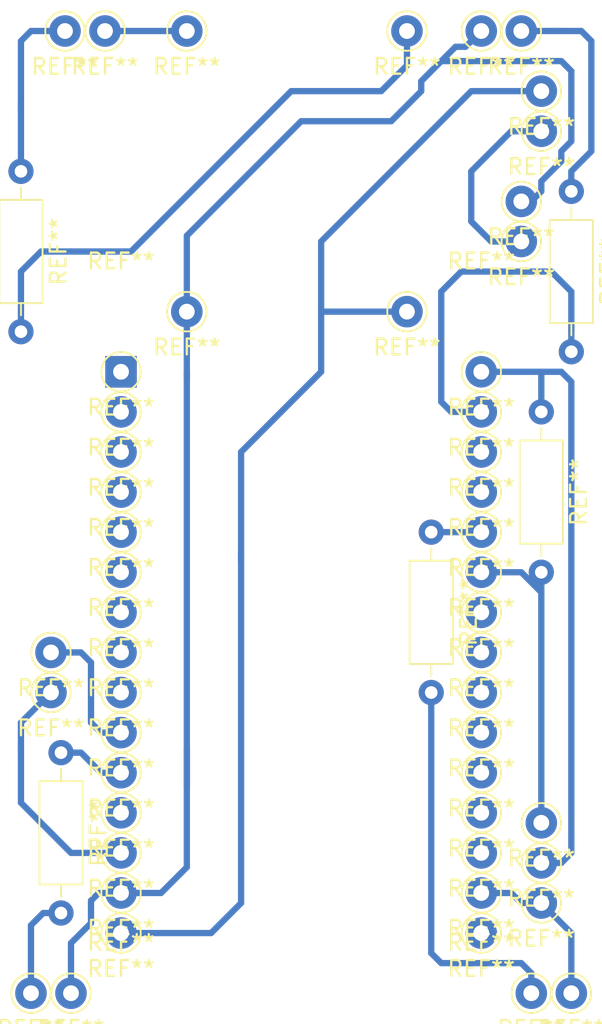
<source format=kicad_pcb>
(kicad_pcb (version 20171130) (host pcbnew 5.1.4-e60b266~84~ubuntu18.04.1)

  (general
    (thickness 1.6)
    (drawings 18)
    (tracks 127)
    (zones 0)
    (modules 60)
    (nets 1)
  )

  (page A4)
  (layers
    (0 F.Cu signal hide)
    (31 B.Cu signal)
    (32 B.Adhes user hide)
    (33 F.Adhes user hide)
    (34 B.Paste user hide)
    (35 F.Paste user hide)
    (36 B.SilkS user hide)
    (37 F.SilkS user hide)
    (38 B.Mask user hide)
    (39 F.Mask user hide)
    (40 Dwgs.User user hide)
    (41 Cmts.User user hide)
    (42 Eco1.User user hide)
    (43 Eco2.User user hide)
    (44 Edge.Cuts user hide)
    (45 Margin user hide)
    (46 B.CrtYd user hide)
    (47 F.CrtYd user hide)
    (48 B.Fab user hide)
    (49 F.Fab user)
  )

  (setup
    (last_trace_width 0.4)
    (trace_clearance 0.2)
    (zone_clearance 0.508)
    (zone_45_only no)
    (trace_min 0.2)
    (via_size 0.8)
    (via_drill 0.4)
    (via_min_size 0.4)
    (via_min_drill 0.3)
    (uvia_size 0.3)
    (uvia_drill 0.1)
    (uvias_allowed no)
    (uvia_min_size 0.2)
    (uvia_min_drill 0.1)
    (edge_width 0.05)
    (segment_width 0.2)
    (pcb_text_width 0.3)
    (pcb_text_size 1.5 1.5)
    (mod_edge_width 0.12)
    (mod_text_size 1 1)
    (mod_text_width 0.15)
    (pad_size 2 2)
    (pad_drill 1)
    (pad_to_mask_clearance 0.051)
    (solder_mask_min_width 0.25)
    (aux_axis_origin 0 0)
    (visible_elements FFFFFF7F)
    (pcbplotparams
      (layerselection 0x010fc_ffffffff)
      (usegerberextensions false)
      (usegerberattributes false)
      (usegerberadvancedattributes false)
      (creategerberjobfile false)
      (excludeedgelayer true)
      (linewidth 0.100000)
      (plotframeref false)
      (viasonmask false)
      (mode 1)
      (useauxorigin false)
      (hpglpennumber 1)
      (hpglpenspeed 20)
      (hpglpendiameter 15.000000)
      (psnegative false)
      (psa4output false)
      (plotreference true)
      (plotvalue true)
      (plotinvisibletext false)
      (padsonsilk false)
      (subtractmaskfromsilk false)
      (outputformat 1)
      (mirror false)
      (drillshape 1)
      (scaleselection 1)
      (outputdirectory ""))
  )

  (net 0 "")

  (net_class Default "This is the default net class."
    (clearance 0.2)
    (trace_width 0.4)
    (via_dia 0.8)
    (via_drill 0.4)
    (uvia_dia 0.3)
    (uvia_drill 0.1)
  )

  (module Connector_Pin:Pin_D1.0mm_L10.0mm (layer F.Cu) (tedit 5A1DC084) (tstamp 5D964954)
    (at 250.19 43.815)
    (descr "solder Pin_ diameter 1.0mm, hole diameter 1.0mm (press fit), length 10.0mm")
    (tags "solder Pin_ press fit")
    (fp_text reference REF** (at 0 2.25) (layer F.SilkS)
      (effects (font (size 1 1) (thickness 0.15)))
    )
    (fp_text value SW (at 2.54 0) (layer F.Fab)
      (effects (font (size 1 1) (thickness 0.15)))
    )
    (fp_circle (center 0 0) (end 1.25 0.05) (layer F.SilkS) (width 0.12))
    (fp_circle (center 0 0) (end 1 0) (layer F.Fab) (width 0.12))
    (fp_circle (center 0 0) (end 0.5 0) (layer F.Fab) (width 0.12))
    (fp_circle (center 0 0) (end 1.5 0) (layer F.CrtYd) (width 0.05))
    (pad 1 thru_hole circle (at 0 0) (size 2 2) (drill 1) (layers *.Cu *.Mask))
    (model ${KISYS3DMOD}/Connector_Pin.3dshapes/Pin_D1.0mm_L10.0mm.wrl
      (at (xyz 0 0 0))
      (scale (xyz 1 1 1))
      (rotate (xyz 0 0 0))
    )
  )

  (module Connector_Pin:Pin_D1.0mm_L10.0mm (layer F.Cu) (tedit 5A1DC084) (tstamp 5D964921)
    (at 250.19 41.275)
    (descr "solder Pin_ diameter 1.0mm, hole diameter 1.0mm (press fit), length 10.0mm")
    (tags "solder Pin_ press fit")
    (fp_text reference REF** (at 0 2.25) (layer F.SilkS)
      (effects (font (size 1 1) (thickness 0.15)))
    )
    (fp_text value SW (at 2.54 0) (layer F.Fab)
      (effects (font (size 1 1) (thickness 0.15)))
    )
    (fp_circle (center 0 0) (end 1.25 0.05) (layer F.SilkS) (width 0.12))
    (fp_circle (center 0 0) (end 1 0) (layer F.Fab) (width 0.12))
    (fp_circle (center 0 0) (end 0.5 0) (layer F.Fab) (width 0.12))
    (fp_circle (center 0 0) (end 1.5 0) (layer F.CrtYd) (width 0.05))
    (pad 1 thru_hole circle (at 0 0) (size 2 2) (drill 1) (layers *.Cu *.Mask))
    (model ${KISYS3DMOD}/Connector_Pin.3dshapes/Pin_D1.0mm_L10.0mm.wrl
      (at (xyz 0 0 0))
      (scale (xyz 1 1 1))
      (rotate (xyz 0 0 0))
    )
  )

  (module Connector_Pin:Pin_D1.0mm_L10.0mm (layer F.Cu) (tedit 5A1DC084) (tstamp 5D964849)
    (at 248.92 48.26)
    (descr "solder Pin_ diameter 1.0mm, hole diameter 1.0mm (press fit), length 10.0mm")
    (tags "solder Pin_ press fit")
    (fp_text reference REF** (at 0 2.25) (layer F.SilkS)
      (effects (font (size 1 1) (thickness 0.15)))
    )
    (fp_text value BAT (at -4.445 0) (layer F.Fab)
      (effects (font (size 1 1) (thickness 0.15)))
    )
    (fp_circle (center 0 0) (end 1.25 0.05) (layer F.SilkS) (width 0.12))
    (fp_circle (center 0 0) (end 1 0) (layer F.Fab) (width 0.12))
    (fp_circle (center 0 0) (end 0.5 0) (layer F.Fab) (width 0.12))
    (fp_circle (center 0 0) (end 1.5 0) (layer F.CrtYd) (width 0.05))
    (pad 1 thru_hole circle (at 0 0) (size 2 2) (drill 1) (layers *.Cu *.Mask))
    (model ${KISYS3DMOD}/Connector_Pin.3dshapes/Pin_D1.0mm_L10.0mm.wrl
      (at (xyz 0 0 0))
      (scale (xyz 1 1 1))
      (rotate (xyz 0 0 0))
    )
  )

  (module Connector_Pin:Pin_D1.0mm_L10.0mm (layer F.Cu) (tedit 5A1DC084) (tstamp 5D96482D)
    (at 248.92 50.8)
    (descr "solder Pin_ diameter 1.0mm, hole diameter 1.0mm (press fit), length 10.0mm")
    (tags "solder Pin_ press fit")
    (fp_text reference REF** (at 0 2.25) (layer F.SilkS)
      (effects (font (size 1 1) (thickness 0.15)))
    )
    (fp_text value BAT (at -4.445 0) (layer F.Fab)
      (effects (font (size 1 1) (thickness 0.15)))
    )
    (fp_circle (center 0 0) (end 1.25 0.05) (layer F.SilkS) (width 0.12))
    (fp_circle (center 0 0) (end 1 0) (layer F.Fab) (width 0.12))
    (fp_circle (center 0 0) (end 0.5 0) (layer F.Fab) (width 0.12))
    (fp_circle (center 0 0) (end 1.5 0) (layer F.CrtYd) (width 0.05))
    (pad 1 thru_hole circle (at 0 0) (size 2 2) (drill 1) (layers *.Cu *.Mask))
    (model ${KISYS3DMOD}/Connector_Pin.3dshapes/Pin_D1.0mm_L10.0mm.wrl
      (at (xyz 0 0 0))
      (scale (xyz 1 1 1))
      (rotate (xyz 0 0 0))
    )
  )

  (module Connector_Pin:Pin_D1.0mm_L10.0mm (layer F.Cu) (tedit 5D92959E) (tstamp 5D9641D4)
    (at 223.52 86.995)
    (descr "solder Pin_ diameter 1.0mm, hole diameter 1.0mm (press fit), length 10.0mm")
    (tags "solder Pin_ press fit")
    (fp_text reference REF** (at 0 2.25) (layer F.SilkS)
      (effects (font (size 1 1) (thickness 0.15)))
    )
    (fp_text value EN (at 3.81 0) (layer F.Fab)
      (effects (font (size 1 1) (thickness 0.15)))
    )
    (fp_circle (center 0 0) (end 1.25 0.05) (layer F.SilkS) (width 0.12))
    (fp_circle (center 0 0) (end 1 0) (layer F.Fab) (width 0.12))
    (fp_circle (center 0 0) (end 0.5 0) (layer F.Fab) (width 0.12))
    (fp_circle (center 0 0) (end 1.5 0) (layer F.CrtYd) (width 0.05))
    (pad 1 thru_hole circle (at 0 0) (size 2 2) (drill 1) (layers *.Cu *.Mask))
    (model ${KISYS3DMOD}/Connector_Pin.3dshapes/Pin_D1.0mm_L10.0mm.wrl
      (at (xyz 0 0 0))
      (scale (xyz 1 1 1))
      (rotate (xyz 0 0 0))
    )
  )

  (module Resistor_THT:R_Axial_DIN0207_L6.3mm_D2.5mm_P10.16mm_Horizontal (layer F.Cu) (tedit 5AE5139B) (tstamp 5D9641BA)
    (at 217.17 46.355 270)
    (descr "Resistor, Axial_DIN0207 series, Axial, Horizontal, pin pitch=10.16mm, 0.25W = 1/4W, length*diameter=6.3*2.5mm^2, http://cdn-reichelt.de/documents/datenblatt/B400/1_4W%23YAG.pdf")
    (tags "Resistor Axial_DIN0207 series Axial Horizontal pin pitch 10.16mm 0.25W = 1/4W length 6.3mm diameter 2.5mm")
    (fp_text reference REF** (at 5.08 -2.37 90) (layer F.SilkS)
      (effects (font (size 1 1) (thickness 0.15)))
    )
    (fp_text value 330ohm (at 5.08 0 90) (layer F.Fab)
      (effects (font (size 1 1) (thickness 0.15)))
    )
    (fp_line (start 1.93 -1.25) (end 1.93 1.25) (layer F.Fab) (width 0.1))
    (fp_line (start 1.93 1.25) (end 8.23 1.25) (layer F.Fab) (width 0.1))
    (fp_line (start 8.23 1.25) (end 8.23 -1.25) (layer F.Fab) (width 0.1))
    (fp_line (start 8.23 -1.25) (end 1.93 -1.25) (layer F.Fab) (width 0.1))
    (fp_line (start 0 0) (end 1.93 0) (layer F.Fab) (width 0.1))
    (fp_line (start 10.16 0) (end 8.23 0) (layer F.Fab) (width 0.1))
    (fp_line (start 1.81 -1.37) (end 1.81 1.37) (layer F.SilkS) (width 0.12))
    (fp_line (start 1.81 1.37) (end 8.35 1.37) (layer F.SilkS) (width 0.12))
    (fp_line (start 8.35 1.37) (end 8.35 -1.37) (layer F.SilkS) (width 0.12))
    (fp_line (start 8.35 -1.37) (end 1.81 -1.37) (layer F.SilkS) (width 0.12))
    (fp_line (start 1.04 0) (end 1.81 0) (layer F.SilkS) (width 0.12))
    (fp_line (start 9.12 0) (end 8.35 0) (layer F.SilkS) (width 0.12))
    (fp_line (start -1.05 -1.5) (end -1.05 1.5) (layer F.CrtYd) (width 0.05))
    (fp_line (start -1.05 1.5) (end 11.21 1.5) (layer F.CrtYd) (width 0.05))
    (fp_line (start 11.21 1.5) (end 11.21 -1.5) (layer F.CrtYd) (width 0.05))
    (fp_line (start 11.21 -1.5) (end -1.05 -1.5) (layer F.CrtYd) (width 0.05))
    (pad 1 thru_hole circle (at 0 0 270) (size 1.6 1.6) (drill 0.8) (layers *.Cu *.Mask))
    (pad 2 thru_hole oval (at 10.16 0 270) (size 1.6 1.6) (drill 0.8) (layers *.Cu *.Mask))
    (model ${KISYS3DMOD}/Resistor_THT.3dshapes/R_Axial_DIN0207_L6.3mm_D2.5mm_P10.16mm_Horizontal.wrl
      (at (xyz 0 0 0))
      (scale (xyz 1 1 1))
      (rotate (xyz 0 0 0))
    )
  )

  (module Connector_Pin:Pin_D1.0mm_L10.0mm (layer F.Cu) (tedit 5A1DC084) (tstamp 5D9641B0)
    (at 222.504 37.465)
    (descr "solder Pin_ diameter 1.0mm, hole diameter 1.0mm (press fit), length 10.0mm")
    (tags "solder Pin_ press fit")
    (fp_text reference REF** (at 0 2.25) (layer F.SilkS)
      (effects (font (size 1 1) (thickness 0.15)))
    )
    (fp_text value K (at 1.651 -1.27) (layer F.Fab)
      (effects (font (size 1 1) (thickness 0.15)))
    )
    (fp_circle (center 0 0) (end 1.5 0) (layer F.CrtYd) (width 0.05))
    (fp_circle (center 0 0) (end 0.5 0) (layer F.Fab) (width 0.12))
    (fp_circle (center 0 0) (end 1 0) (layer F.Fab) (width 0.12))
    (fp_circle (center 0 0) (end 1.25 0.05) (layer F.SilkS) (width 0.12))
    (pad 1 thru_hole circle (at 0 0) (size 2 2) (drill 1) (layers *.Cu *.Mask))
    (model ${KISYS3DMOD}/Connector_Pin.3dshapes/Pin_D1.0mm_L10.0mm.wrl
      (at (xyz 0 0 0))
      (scale (xyz 1 1 1))
      (rotate (xyz 0 0 0))
    )
  )

  (module Connector_Pin:Pin_D1.0mm_L10.0mm (layer F.Cu) (tedit 5D92959E) (tstamp 5D9641A8)
    (at 246.38 66.675)
    (descr "solder Pin_ diameter 1.0mm, hole diameter 1.0mm (press fit), length 10.0mm")
    (tags "solder Pin_ press fit")
    (fp_text reference REF** (at 0 2.25) (layer F.SilkS)
      (effects (font (size 1 1) (thickness 0.15)))
    )
    (fp_text value IO0 (at 6.35 0) (layer F.Fab)
      (effects (font (size 1 1) (thickness 0.15)))
    )
    (fp_circle (center 0 0) (end 1.25 0.05) (layer F.SilkS) (width 0.12))
    (fp_circle (center 0 0) (end 1 0) (layer F.Fab) (width 0.12))
    (fp_circle (center 0 0) (end 0.5 0) (layer F.Fab) (width 0.12))
    (fp_circle (center 0 0) (end 1.5 0) (layer F.CrtYd) (width 0.05))
    (pad 1 thru_hole circle (at 0 0) (size 2 2) (drill 1) (layers *.Cu *.Mask))
    (model ${KISYS3DMOD}/Connector_Pin.3dshapes/Pin_D1.0mm_L10.0mm.wrl
      (at (xyz 0 0 0))
      (scale (xyz 1 1 1))
      (rotate (xyz 0 0 0))
    )
  )

  (module MountingHole:MountingHole_2.1mm (layer F.Cu) (tedit 5B924765) (tstamp 5D96419D)
    (at 246.38 55.245)
    (descr "Mounting Hole 2.1mm, no annular")
    (tags "mounting hole 2.1mm no annular")
    (attr virtual)
    (fp_text reference REF** (at 0 -3.2) (layer F.SilkS)
      (effects (font (size 1 1) (thickness 0.15)))
    )
    (fp_text value MountingHole_2.1mm (at 0 3.2) (layer F.Fab) hide
      (effects (font (size 1 1) (thickness 0.15)))
    )
    (fp_circle (center 0 0) (end 2.1 0) (layer Cmts.User) (width 0.15))
    (fp_circle (center 0 0) (end 2.35 0) (layer F.CrtYd) (width 0.05))
    (pad "" np_thru_hole circle (at 0 0) (size 2.1 2.1) (drill 2.1) (layers *.Cu *.Mask))
  )

  (module Resistor_THT:R_Axial_DIN0207_L6.3mm_D2.5mm_P10.16mm_Horizontal (layer F.Cu) (tedit 5AE5139B) (tstamp 5D964185)
    (at 250.19 61.595 270)
    (descr "Resistor, Axial_DIN0207 series, Axial, Horizontal, pin pitch=10.16mm, 0.25W = 1/4W, length*diameter=6.3*2.5mm^2, http://cdn-reichelt.de/documents/datenblatt/B400/1_4W%23YAG.pdf")
    (tags "Resistor Axial_DIN0207 series Axial Horizontal pin pitch 10.16mm 0.25W = 1/4W length 6.3mm diameter 2.5mm")
    (fp_text reference REF** (at 5.08 -2.37 90) (layer F.SilkS)
      (effects (font (size 1 1) (thickness 0.15)))
    )
    (fp_text value 10Kohm (at 5.08 0 90) (layer F.Fab)
      (effects (font (size 1 1) (thickness 0.15)))
    )
    (fp_line (start 1.93 -1.25) (end 1.93 1.25) (layer F.Fab) (width 0.1))
    (fp_line (start 1.93 1.25) (end 8.23 1.25) (layer F.Fab) (width 0.1))
    (fp_line (start 8.23 1.25) (end 8.23 -1.25) (layer F.Fab) (width 0.1))
    (fp_line (start 8.23 -1.25) (end 1.93 -1.25) (layer F.Fab) (width 0.1))
    (fp_line (start 0 0) (end 1.93 0) (layer F.Fab) (width 0.1))
    (fp_line (start 10.16 0) (end 8.23 0) (layer F.Fab) (width 0.1))
    (fp_line (start 1.81 -1.37) (end 1.81 1.37) (layer F.SilkS) (width 0.12))
    (fp_line (start 1.81 1.37) (end 8.35 1.37) (layer F.SilkS) (width 0.12))
    (fp_line (start 8.35 1.37) (end 8.35 -1.37) (layer F.SilkS) (width 0.12))
    (fp_line (start 8.35 -1.37) (end 1.81 -1.37) (layer F.SilkS) (width 0.12))
    (fp_line (start 1.04 0) (end 1.81 0) (layer F.SilkS) (width 0.12))
    (fp_line (start 9.12 0) (end 8.35 0) (layer F.SilkS) (width 0.12))
    (fp_line (start -1.05 -1.5) (end -1.05 1.5) (layer F.CrtYd) (width 0.05))
    (fp_line (start -1.05 1.5) (end 11.21 1.5) (layer F.CrtYd) (width 0.05))
    (fp_line (start 11.21 1.5) (end 11.21 -1.5) (layer F.CrtYd) (width 0.05))
    (fp_line (start 11.21 -1.5) (end -1.05 -1.5) (layer F.CrtYd) (width 0.05))
    (pad 1 thru_hole circle (at 0 0 270) (size 1.6 1.6) (drill 0.8) (layers *.Cu *.Mask))
    (pad 2 thru_hole oval (at 10.16 0 270) (size 1.6 1.6) (drill 0.8) (layers *.Cu *.Mask))
    (model ${KISYS3DMOD}/Resistor_THT.3dshapes/R_Axial_DIN0207_L6.3mm_D2.5mm_P10.16mm_Horizontal.wrl
      (at (xyz 0 0 0))
      (scale (xyz 1 1 1))
      (rotate (xyz 0 0 0))
    )
  )

  (module Resistor_THT:R_Axial_DIN0207_L6.3mm_D2.5mm_P10.16mm_Horizontal (layer F.Cu) (tedit 5AE5139B) (tstamp 5D96416B)
    (at 243.205 69.215 270)
    (descr "Resistor, Axial_DIN0207 series, Axial, Horizontal, pin pitch=10.16mm, 0.25W = 1/4W, length*diameter=6.3*2.5mm^2, http://cdn-reichelt.de/documents/datenblatt/B400/1_4W%23YAG.pdf")
    (tags "Resistor Axial_DIN0207 series Axial Horizontal pin pitch 10.16mm 0.25W = 1/4W length 6.3mm diameter 2.5mm")
    (fp_text reference REF** (at 5.08 -2.37 90) (layer F.SilkS)
      (effects (font (size 1 1) (thickness 0.15)))
    )
    (fp_text value 330ohm (at 5.08 0 90) (layer F.Fab)
      (effects (font (size 1 1) (thickness 0.15)))
    )
    (fp_line (start 1.93 -1.25) (end 1.93 1.25) (layer F.Fab) (width 0.1))
    (fp_line (start 1.93 1.25) (end 8.23 1.25) (layer F.Fab) (width 0.1))
    (fp_line (start 8.23 1.25) (end 8.23 -1.25) (layer F.Fab) (width 0.1))
    (fp_line (start 8.23 -1.25) (end 1.93 -1.25) (layer F.Fab) (width 0.1))
    (fp_line (start 0 0) (end 1.93 0) (layer F.Fab) (width 0.1))
    (fp_line (start 10.16 0) (end 8.23 0) (layer F.Fab) (width 0.1))
    (fp_line (start 1.81 -1.37) (end 1.81 1.37) (layer F.SilkS) (width 0.12))
    (fp_line (start 1.81 1.37) (end 8.35 1.37) (layer F.SilkS) (width 0.12))
    (fp_line (start 8.35 1.37) (end 8.35 -1.37) (layer F.SilkS) (width 0.12))
    (fp_line (start 8.35 -1.37) (end 1.81 -1.37) (layer F.SilkS) (width 0.12))
    (fp_line (start 1.04 0) (end 1.81 0) (layer F.SilkS) (width 0.12))
    (fp_line (start 9.12 0) (end 8.35 0) (layer F.SilkS) (width 0.12))
    (fp_line (start -1.05 -1.5) (end -1.05 1.5) (layer F.CrtYd) (width 0.05))
    (fp_line (start -1.05 1.5) (end 11.21 1.5) (layer F.CrtYd) (width 0.05))
    (fp_line (start 11.21 1.5) (end 11.21 -1.5) (layer F.CrtYd) (width 0.05))
    (fp_line (start 11.21 -1.5) (end -1.05 -1.5) (layer F.CrtYd) (width 0.05))
    (pad 1 thru_hole circle (at 0 0 270) (size 1.6 1.6) (drill 0.8) (layers *.Cu *.Mask))
    (pad 2 thru_hole oval (at 10.16 0 270) (size 1.6 1.6) (drill 0.8) (layers *.Cu *.Mask))
    (model ${KISYS3DMOD}/Resistor_THT.3dshapes/R_Axial_DIN0207_L6.3mm_D2.5mm_P10.16mm_Horizontal.wrl
      (at (xyz 0 0 0))
      (scale (xyz 1 1 1))
      (rotate (xyz 0 0 0))
    )
  )

  (module Connector_Pin:Pin_D1.0mm_L10.0mm (layer F.Cu) (tedit 5D92959E) (tstamp 5D964162)
    (at 223.52 61.595)
    (descr "solder Pin_ diameter 1.0mm, hole diameter 1.0mm (press fit), length 10.0mm")
    (tags "solder Pin_ press fit")
    (fp_text reference REF** (at 0 2.25) (layer F.SilkS)
      (effects (font (size 1 1) (thickness 0.15)))
    )
    (fp_text value RSV (at -3.175 0) (layer F.Fab)
      (effects (font (size 1 1) (thickness 0.15)))
    )
    (fp_circle (center 0 0) (end 1.5 0) (layer F.CrtYd) (width 0.05))
    (fp_circle (center 0 0) (end 0.5 0) (layer F.Fab) (width 0.12))
    (fp_circle (center 0 0) (end 1 0) (layer F.Fab) (width 0.12))
    (fp_circle (center 0 0) (end 1.25 0.05) (layer F.SilkS) (width 0.12))
    (pad 1 thru_hole circle (at 0 0) (size 2 2) (drill 1) (layers *.Cu *.Mask))
    (model ${KISYS3DMOD}/Connector_Pin.3dshapes/Pin_D1.0mm_L10.0mm.wrl
      (at (xyz 0 0 0))
      (scale (xyz 1 1 1))
      (rotate (xyz 0 0 0))
    )
  )

  (module Connector_Pin:Pin_D1.0mm_L10.0mm (layer F.Cu) (tedit 5A1DC084) (tstamp 5D964159)
    (at 250.19 90.17)
    (descr "solder Pin_ diameter 1.0mm, hole diameter 1.0mm (press fit), length 10.0mm")
    (tags "solder Pin_ press fit")
    (fp_text reference REF** (at 0 2.25) (layer F.SilkS)
      (effects (font (size 1 1) (thickness 0.15)))
    )
    (fp_text value SIG (at 1.905 0 -90) (layer F.Fab)
      (effects (font (size 1 1) (thickness 0.15)))
    )
    (fp_circle (center 0 0) (end 1.5 0) (layer F.CrtYd) (width 0.05))
    (fp_circle (center 0 0) (end 0.5 0) (layer F.Fab) (width 0.12))
    (fp_circle (center 0 0) (end 1 0) (layer F.Fab) (width 0.12))
    (fp_circle (center 0 0) (end 1.25 0.05) (layer F.SilkS) (width 0.12))
    (pad 1 thru_hole circle (at 0 0) (size 2 2) (drill 1) (layers *.Cu *.Mask))
    (model ${KISYS3DMOD}/Connector_Pin.3dshapes/Pin_D1.0mm_L10.0mm.wrl
      (at (xyz 0 0 0))
      (scale (xyz 1 1 1))
      (rotate (xyz 0 0 0))
    )
  )

  (module Connector_Pin:Pin_D1.0mm_L10.0mm (layer F.Cu) (tedit 5D93C273) (tstamp 5D964151)
    (at 246.38 37.465)
    (descr "solder Pin_ diameter 1.0mm, hole diameter 1.0mm (press fit), length 10.0mm")
    (tags "solder Pin_ press fit")
    (fp_text reference REF** (at 0 2.25) (layer F.SilkS)
      (effects (font (size 1 1) (thickness 0.15)))
    )
    (fp_text value K (at -1.905 -1.27) (layer F.Fab)
      (effects (font (size 1 1) (thickness 0.15)))
    )
    (fp_circle (center 0 0) (end 1.5 0) (layer F.CrtYd) (width 0.05))
    (fp_circle (center 0 0) (end 0.5 0) (layer F.Fab) (width 0.12))
    (fp_circle (center 0 0) (end 1 0) (layer F.Fab) (width 0.12))
    (fp_circle (center 0 0) (end 1.25 0.05) (layer F.SilkS) (width 0.12))
    (pad 1 thru_hole circle (at 0 0) (size 2 2) (drill 1) (layers *.Cu *.Mask))
    (model ${KISYS3DMOD}/Connector_Pin.3dshapes/Pin_D1.0mm_L10.0mm.wrl
      (at (xyz 0 0 0))
      (scale (xyz 1 1 1))
      (rotate (xyz 0 0 0))
    )
  )

  (module Connector_Pin:Pin_D1.0mm_L10.0mm (layer F.Cu) (tedit 5A1DC084) (tstamp 5D964148)
    (at 250.19 87.63)
    (descr "solder Pin_ diameter 1.0mm, hole diameter 1.0mm (press fit), length 10.0mm")
    (tags "solder Pin_ press fit")
    (fp_text reference REF** (at 0 2.25) (layer F.SilkS)
      (effects (font (size 1 1) (thickness 0.15)))
    )
    (fp_text value 3.3V (at 0 -1.905) (layer F.Fab)
      (effects (font (size 1 1) (thickness 0.15)))
    )
    (fp_circle (center 0 0) (end 1.5 0) (layer F.CrtYd) (width 0.05))
    (fp_circle (center 0 0) (end 0.5 0) (layer F.Fab) (width 0.12))
    (fp_circle (center 0 0) (end 1 0) (layer F.Fab) (width 0.12))
    (fp_circle (center 0 0) (end 1.25 0.05) (layer F.SilkS) (width 0.12))
    (pad 1 thru_hole circle (at 0 0) (size 2 2) (drill 1) (layers *.Cu *.Mask))
    (model ${KISYS3DMOD}/Connector_Pin.3dshapes/Pin_D1.0mm_L10.0mm.wrl
      (at (xyz 0 0 0))
      (scale (xyz 1 1 1))
      (rotate (xyz 0 0 0))
    )
  )

  (module Connector_Pin:Pin_D1.0mm_L10.0mm (layer F.Cu) (tedit 5A1DC084) (tstamp 5D964140)
    (at 241.665 55.245)
    (descr "solder Pin_ diameter 1.0mm, hole diameter 1.0mm (press fit), length 10.0mm")
    (tags "solder Pin_ press fit")
    (fp_text reference REF** (at 0 2.25) (layer F.SilkS)
      (effects (font (size 1 1) (thickness 0.15)))
    )
    (fp_text value BAT+ (at 0.27 3.175) (layer F.Fab)
      (effects (font (size 1 1) (thickness 0.15)))
    )
    (fp_circle (center 0 0) (end 1.5 0) (layer F.CrtYd) (width 0.05))
    (fp_circle (center 0 0) (end 0.5 0) (layer F.Fab) (width 0.12))
    (fp_circle (center 0 0) (end 1 0) (layer F.Fab) (width 0.12))
    (fp_circle (center 0 0) (end 1.25 0.05) (layer F.SilkS) (width 0.12))
    (pad 1 thru_hole circle (at 0 0) (size 2 2) (drill 1) (layers *.Cu *.Mask))
    (model ${KISYS3DMOD}/Connector_Pin.3dshapes/Pin_D1.0mm_L10.0mm.wrl
      (at (xyz 0 0 0))
      (scale (xyz 1 1 1))
      (rotate (xyz 0 0 0))
    )
  )

  (module Connector_Pin:Pin_D1.0mm_L10.0mm (layer F.Cu) (tedit 5D92959E) (tstamp 5D964138)
    (at 246.38 92.075)
    (descr "solder Pin_ diameter 1.0mm, hole diameter 1.0mm (press fit), length 10.0mm")
    (tags "solder Pin_ press fit")
    (fp_text reference REF** (at 0 2.25) (layer F.SilkS)
      (effects (font (size 1 1) (thickness 0.15)))
    )
    (fp_text value GND (at -3.81 0) (layer F.Fab)
      (effects (font (size 1 1) (thickness 0.15)))
    )
    (fp_circle (center 0 0) (end 1.5 0) (layer F.CrtYd) (width 0.05))
    (fp_circle (center 0 0) (end 0.5 0) (layer F.Fab) (width 0.12))
    (fp_circle (center 0 0) (end 1 0) (layer F.Fab) (width 0.12))
    (fp_circle (center 0 0) (end 1.25 0.05) (layer F.SilkS) (width 0.12))
    (pad 1 thru_hole circle (at 0 0) (size 2 2) (drill 1) (layers *.Cu *.Mask))
    (model ${KISYS3DMOD}/Connector_Pin.3dshapes/Pin_D1.0mm_L10.0mm.wrl
      (at (xyz 0 0 0))
      (scale (xyz 1 1 1))
      (rotate (xyz 0 0 0))
    )
  )

  (module MountingHole:MountingHole_2.1mm (layer F.Cu) (tedit 5B924765) (tstamp 5D964126)
    (at 246.38 98.425)
    (descr "Mounting Hole 2.1mm, no annular")
    (tags "mounting hole 2.1mm no annular")
    (attr virtual)
    (fp_text reference REF** (at 0 -3.2) (layer F.SilkS)
      (effects (font (size 1 1) (thickness 0.15)))
    )
    (fp_text value MountingHole_2.1mm (at 0 3.2) (layer F.Fab) hide
      (effects (font (size 1 1) (thickness 0.15)))
    )
    (fp_circle (center 0 0) (end 2.1 0) (layer Cmts.User) (width 0.15))
    (fp_circle (center 0 0) (end 2.35 0) (layer F.CrtYd) (width 0.05))
    (pad "" np_thru_hole circle (at 0 0) (size 2.1 2.1) (drill 2.1) (layers *.Cu *.Mask))
  )

  (module Connector_Pin:Pin_D1.0mm_L10.0mm (layer F.Cu) (tedit 5A1DC084) (tstamp 5D96411E)
    (at 241.665 37.465)
    (descr "solder Pin_ diameter 1.0mm, hole diameter 1.0mm (press fit), length 10.0mm")
    (tags "solder Pin_ press fit")
    (fp_text reference REF** (at 0 2.25) (layer F.SilkS)
      (effects (font (size 1 1) (thickness 0.15)))
    )
    (fp_text value IN+ (at 2.175 1.27) (layer F.Fab)
      (effects (font (size 1 1) (thickness 0.15)))
    )
    (fp_circle (center 0 0) (end 1.5 0) (layer F.CrtYd) (width 0.05))
    (fp_circle (center 0 0) (end 0.5 0) (layer F.Fab) (width 0.12))
    (fp_circle (center 0 0) (end 1 0) (layer F.Fab) (width 0.12))
    (fp_circle (center 0 0) (end 1.25 0.05) (layer F.SilkS) (width 0.12))
    (pad 1 thru_hole circle (at 0 0) (size 2 2) (drill 1) (layers *.Cu *.Mask))
    (model ${KISYS3DMOD}/Connector_Pin.3dshapes/Pin_D1.0mm_L10.0mm.wrl
      (at (xyz 0 0 0))
      (scale (xyz 1 1 1))
      (rotate (xyz 0 0 0))
    )
  )

  (module Connector_Pin:Pin_D1.0mm_L10.0mm (layer F.Cu) (tedit 5A1DC084) (tstamp 5D96410E)
    (at 246.38 61.595)
    (descr "solder Pin_ diameter 1.0mm, hole diameter 1.0mm (press fit), length 10.0mm")
    (tags "solder Pin_ press fit")
    (fp_text reference REF** (at 0 2.25) (layer F.SilkS)
      (effects (font (size 1 1) (thickness 0.15)))
    )
    (fp_text value IO5 (at 6.35 0) (layer F.Fab)
      (effects (font (size 1 1) (thickness 0.15)))
    )
    (fp_circle (center 0 0) (end 1.5 0) (layer F.CrtYd) (width 0.05))
    (fp_circle (center 0 0) (end 0.5 0) (layer F.Fab) (width 0.12))
    (fp_circle (center 0 0) (end 1 0) (layer F.Fab) (width 0.12))
    (fp_circle (center 0 0) (end 1.25 0.05) (layer F.SilkS) (width 0.12))
    (pad 1 thru_hole circle (at 0 0) (size 2 2) (drill 1) (layers *.Cu *.Mask))
    (model ${KISYS3DMOD}/Connector_Pin.3dshapes/Pin_D1.0mm_L10.0mm.wrl
      (at (xyz 0 0 0))
      (scale (xyz 1 1 1))
      (rotate (xyz 0 0 0))
    )
  )

  (module Connector_Pin:Pin_D1.0mm_L10.0mm (layer F.Cu) (tedit 5A1DC084) (tstamp 5D964102)
    (at 249.555 98.425)
    (descr "solder Pin_ diameter 1.0mm, hole diameter 1.0mm (press fit), length 10.0mm")
    (tags "solder Pin_ press fit")
    (fp_text reference REF** (at 0 2.25) (layer F.SilkS)
      (effects (font (size 1 1) (thickness 0.15)))
    )
    (fp_text value A (at -1.651 1.27) (layer F.Fab)
      (effects (font (size 1 1) (thickness 0.15)))
    )
    (fp_circle (center 0 0) (end 1.5 0) (layer F.CrtYd) (width 0.05))
    (fp_circle (center 0 0) (end 0.5 0) (layer F.Fab) (width 0.12))
    (fp_circle (center 0 0) (end 1 0) (layer F.Fab) (width 0.12))
    (fp_circle (center 0 0) (end 1.25 0.05) (layer F.SilkS) (width 0.12))
    (pad 1 thru_hole circle (at 0 0) (size 2 2) (drill 1) (layers *.Cu *.Mask))
    (model ${KISYS3DMOD}/Connector_Pin.3dshapes/Pin_D1.0mm_L10.0mm.wrl
      (at (xyz 0 0 0))
      (scale (xyz 1 1 1))
      (rotate (xyz 0 0 0))
    )
  )

  (module Connector_Pin:Pin_D1.0mm_L10.0mm (layer F.Cu) (tedit 5A1DC084) (tstamp 5D9640F2)
    (at 227.695 55.245)
    (descr "solder Pin_ diameter 1.0mm, hole diameter 1.0mm (press fit), length 10.0mm")
    (tags "solder Pin_ press fit")
    (fp_text reference REF** (at 0 2.25) (layer F.SilkS)
      (effects (font (size 1 1) (thickness 0.15)))
    )
    (fp_text value BAT- (at 0.27 3.175) (layer F.Fab)
      (effects (font (size 1 1) (thickness 0.15)))
    )
    (fp_circle (center 0 0) (end 1.5 0) (layer F.CrtYd) (width 0.05))
    (fp_circle (center 0 0) (end 0.5 0) (layer F.Fab) (width 0.12))
    (fp_circle (center 0 0) (end 1 0) (layer F.Fab) (width 0.12))
    (fp_circle (center 0 0) (end 1.25 0.05) (layer F.SilkS) (width 0.12))
    (pad 1 thru_hole circle (at 0 0) (size 2 2) (drill 1) (layers *.Cu *.Mask))
    (model ${KISYS3DMOD}/Connector_Pin.3dshapes/Pin_D1.0mm_L10.0mm.wrl
      (at (xyz 0 0 0))
      (scale (xyz 1 1 1))
      (rotate (xyz 0 0 0))
    )
  )

  (module Connector_Pin:Pin_D1.0mm_L10.0mm (layer F.Cu) (tedit 5D9295F6) (tstamp 5D9640E9)
    (at 223.52 59.055)
    (descr "solder Pin_ diameter 1.0mm, hole diameter 1.0mm (press fit), length 10.0mm")
    (tags "solder Pin_ press fit")
    (fp_text reference REF** (at 0 2.25) (layer F.SilkS)
      (effects (font (size 1 1) (thickness 0.15)))
    )
    (fp_text value ADC0 (at -3.81 0) (layer F.Fab)
      (effects (font (size 1 1) (thickness 0.15)))
    )
    (fp_circle (center 0 0) (end 1.5 0) (layer F.CrtYd) (width 0.05))
    (fp_circle (center 0 0) (end 0.5 0) (layer F.Fab) (width 0.12))
    (fp_circle (center 0 0) (end 1 0) (layer F.Fab) (width 0.12))
    (fp_circle (center 0 0) (end 1.25 0.05) (layer F.SilkS) (width 0.12))
    (pad 1 thru_hole rect (at 0 0) (size 2 2) (drill 1) (layers *.Cu *.Mask))
    (model ${KISYS3DMOD}/Connector_Pin.3dshapes/Pin_D1.0mm_L10.0mm.wrl
      (at (xyz 0 0 0))
      (scale (xyz 1 1 1))
      (rotate (xyz 0 0 0))
    )
  )

  (module MountingHole:MountingHole_2.1mm (layer F.Cu) (tedit 5B924765) (tstamp 5D9640E3)
    (at 223.52 98.425)
    (descr "Mounting Hole 2.1mm, no annular")
    (tags "mounting hole 2.1mm no annular")
    (attr virtual)
    (fp_text reference REF** (at 0 -3.2) (layer F.SilkS)
      (effects (font (size 1 1) (thickness 0.15)))
    )
    (fp_text value MountingHole_2.1mm (at 0 3.2) (layer F.Fab) hide
      (effects (font (size 1 1) (thickness 0.15)))
    )
    (fp_circle (center 0 0) (end 2.1 0) (layer Cmts.User) (width 0.15))
    (fp_circle (center 0 0) (end 2.35 0) (layer F.CrtYd) (width 0.05))
    (pad "" np_thru_hole circle (at 0 0) (size 2.1 2.1) (drill 2.1) (layers *.Cu *.Mask))
  )

  (module Connector_Pin:Pin_D1.0mm_L10.0mm (layer F.Cu) (tedit 5A1DC084) (tstamp 5D9640DA)
    (at 248.92 37.465)
    (descr "solder Pin_ diameter 1.0mm, hole diameter 1.0mm (press fit), length 10.0mm")
    (tags "solder Pin_ press fit")
    (fp_text reference REF** (at 0 2.25) (layer F.SilkS)
      (effects (font (size 1 1) (thickness 0.15)))
    )
    (fp_text value A (at 1.905 -1.27) (layer F.Fab)
      (effects (font (size 1 1) (thickness 0.15)))
    )
    (fp_circle (center 0 0) (end 1.5 0) (layer F.CrtYd) (width 0.05))
    (fp_circle (center 0 0) (end 0.5 0) (layer F.Fab) (width 0.12))
    (fp_circle (center 0 0) (end 1 0) (layer F.Fab) (width 0.12))
    (fp_circle (center 0 0) (end 1.25 0.05) (layer F.SilkS) (width 0.12))
    (pad 1 thru_hole circle (at 0 0) (size 2 2) (drill 1) (layers *.Cu *.Mask))
    (model ${KISYS3DMOD}/Connector_Pin.3dshapes/Pin_D1.0mm_L10.0mm.wrl
      (at (xyz 0 0 0))
      (scale (xyz 1 1 1))
      (rotate (xyz 0 0 0))
    )
  )

  (module Connector_Pin:Pin_D1.0mm_L10.0mm (layer F.Cu) (tedit 5D92959E) (tstamp 5D9640D1)
    (at 223.52 64.135)
    (descr "solder Pin_ diameter 1.0mm, hole diameter 1.0mm (press fit), length 10.0mm")
    (tags "solder Pin_ press fit")
    (fp_text reference REF** (at 0 2.25) (layer F.SilkS)
      (effects (font (size 1 1) (thickness 0.15)))
    )
    (fp_text value RSV (at -3.175 0) (layer F.Fab)
      (effects (font (size 1 1) (thickness 0.15)))
    )
    (fp_circle (center 0 0) (end 1.25 0.05) (layer F.SilkS) (width 0.12))
    (fp_circle (center 0 0) (end 1 0) (layer F.Fab) (width 0.12))
    (fp_circle (center 0 0) (end 0.5 0) (layer F.Fab) (width 0.12))
    (fp_circle (center 0 0) (end 1.5 0) (layer F.CrtYd) (width 0.05))
    (pad 1 thru_hole circle (at 0 0) (size 2 2) (drill 1) (layers *.Cu *.Mask))
    (model ${KISYS3DMOD}/Connector_Pin.3dshapes/Pin_D1.0mm_L10.0mm.wrl
      (at (xyz 0 0 0))
      (scale (xyz 1 1 1))
      (rotate (xyz 0 0 0))
    )
  )

  (module Connector_Pin:Pin_D1.0mm_L10.0mm (layer F.Cu) (tedit 5D92959E) (tstamp 5D9640C7)
    (at 246.38 76.835)
    (descr "solder Pin_ diameter 1.0mm, hole diameter 1.0mm (press fit), length 10.0mm")
    (tags "solder Pin_ press fit")
    (fp_text reference REF** (at 0 2.25) (layer F.SilkS)
      (effects (font (size 1 1) (thickness 0.15)))
    )
    (fp_text value IO14 (at -6.35 0) (layer F.Fab)
      (effects (font (size 1 1) (thickness 0.15)))
    )
    (fp_circle (center 0 0) (end 1.25 0.05) (layer F.SilkS) (width 0.12))
    (fp_circle (center 0 0) (end 1 0) (layer F.Fab) (width 0.12))
    (fp_circle (center 0 0) (end 0.5 0) (layer F.Fab) (width 0.12))
    (fp_circle (center 0 0) (end 1.5 0) (layer F.CrtYd) (width 0.05))
    (pad 1 thru_hole circle (at 0 0) (size 2 2) (drill 1) (layers *.Cu *.Mask))
    (model ${KISYS3DMOD}/Connector_Pin.3dshapes/Pin_D1.0mm_L10.0mm.wrl
      (at (xyz 0 0 0))
      (scale (xyz 1 1 1))
      (rotate (xyz 0 0 0))
    )
  )

  (module Resistor_THT:R_Axial_DIN0207_L6.3mm_D2.5mm_P10.16mm_Horizontal (layer F.Cu) (tedit 5AE5139B) (tstamp 5D9640B2)
    (at 252.095 47.625 270)
    (descr "Resistor, Axial_DIN0207 series, Axial, Horizontal, pin pitch=10.16mm, 0.25W = 1/4W, length*diameter=6.3*2.5mm^2, http://cdn-reichelt.de/documents/datenblatt/B400/1_4W%23YAG.pdf")
    (tags "Resistor Axial_DIN0207 series Axial Horizontal pin pitch 10.16mm 0.25W = 1/4W length 6.3mm diameter 2.5mm")
    (fp_text reference REF** (at 5.08 -2.37 90) (layer F.SilkS)
      (effects (font (size 1 1) (thickness 0.15)))
    )
    (fp_text value 330ohm (at 5.08 0 90) (layer F.Fab)
      (effects (font (size 1 1) (thickness 0.15)))
    )
    (fp_line (start 1.93 -1.25) (end 1.93 1.25) (layer F.Fab) (width 0.1))
    (fp_line (start 1.93 1.25) (end 8.23 1.25) (layer F.Fab) (width 0.1))
    (fp_line (start 8.23 1.25) (end 8.23 -1.25) (layer F.Fab) (width 0.1))
    (fp_line (start 8.23 -1.25) (end 1.93 -1.25) (layer F.Fab) (width 0.1))
    (fp_line (start 0 0) (end 1.93 0) (layer F.Fab) (width 0.1))
    (fp_line (start 10.16 0) (end 8.23 0) (layer F.Fab) (width 0.1))
    (fp_line (start 1.81 -1.37) (end 1.81 1.37) (layer F.SilkS) (width 0.12))
    (fp_line (start 1.81 1.37) (end 8.35 1.37) (layer F.SilkS) (width 0.12))
    (fp_line (start 8.35 1.37) (end 8.35 -1.37) (layer F.SilkS) (width 0.12))
    (fp_line (start 8.35 -1.37) (end 1.81 -1.37) (layer F.SilkS) (width 0.12))
    (fp_line (start 1.04 0) (end 1.81 0) (layer F.SilkS) (width 0.12))
    (fp_line (start 9.12 0) (end 8.35 0) (layer F.SilkS) (width 0.12))
    (fp_line (start -1.05 -1.5) (end -1.05 1.5) (layer F.CrtYd) (width 0.05))
    (fp_line (start -1.05 1.5) (end 11.21 1.5) (layer F.CrtYd) (width 0.05))
    (fp_line (start 11.21 1.5) (end 11.21 -1.5) (layer F.CrtYd) (width 0.05))
    (fp_line (start 11.21 -1.5) (end -1.05 -1.5) (layer F.CrtYd) (width 0.05))
    (pad 1 thru_hole circle (at 0 0 270) (size 1.6 1.6) (drill 0.8) (layers *.Cu *.Mask))
    (pad 2 thru_hole oval (at 10.16 0 270) (size 1.6 1.6) (drill 0.8) (layers *.Cu *.Mask))
    (model ${KISYS3DMOD}/Resistor_THT.3dshapes/R_Axial_DIN0207_L6.3mm_D2.5mm_P10.16mm_Horizontal.wrl
      (at (xyz 0 0 0))
      (scale (xyz 1 1 1))
      (rotate (xyz 0 0 0))
    )
  )

  (module Connector_Pin:Pin_D1.0mm_L10.0mm (layer F.Cu) (tedit 5D92959E) (tstamp 5D9640A4)
    (at 246.38 94.615)
    (descr "solder Pin_ diameter 1.0mm, hole diameter 1.0mm (press fit), length 10.0mm")
    (tags "solder Pin_ press fit")
    (fp_text reference REF** (at 0 2.25) (layer F.SilkS)
      (effects (font (size 1 1) (thickness 0.15)))
    )
    (fp_text value 3.3V (at -3.81 0) (layer F.Fab)
      (effects (font (size 1 1) (thickness 0.15)))
    )
    (fp_circle (center 0 0) (end 1.25 0.05) (layer F.SilkS) (width 0.12))
    (fp_circle (center 0 0) (end 1 0) (layer F.Fab) (width 0.12))
    (fp_circle (center 0 0) (end 0.5 0) (layer F.Fab) (width 0.12))
    (fp_circle (center 0 0) (end 1.5 0) (layer F.CrtYd) (width 0.05))
    (pad 1 thru_hole circle (at 0 0) (size 2 2) (drill 1) (layers *.Cu *.Mask))
    (model ${KISYS3DMOD}/Connector_Pin.3dshapes/Pin_D1.0mm_L10.0mm.wrl
      (at (xyz 0 0 0))
      (scale (xyz 1 1 1))
      (rotate (xyz 0 0 0))
    )
  )

  (module Connector_Pin:Pin_D1.0mm_L10.0mm (layer F.Cu) (tedit 5D92959E) (tstamp 5D96409C)
    (at 246.38 71.755)
    (descr "solder Pin_ diameter 1.0mm, hole diameter 1.0mm (press fit), length 10.0mm")
    (tags "solder Pin_ press fit")
    (fp_text reference REF** (at 0 2.25) (layer F.SilkS)
      (effects (font (size 1 1) (thickness 0.15)))
    )
    (fp_text value 3.3 (at -5.715 0) (layer F.Fab)
      (effects (font (size 1 1) (thickness 0.15)))
    )
    (fp_circle (center 0 0) (end 1.5 0) (layer F.CrtYd) (width 0.05))
    (fp_circle (center 0 0) (end 0.5 0) (layer F.Fab) (width 0.12))
    (fp_circle (center 0 0) (end 1 0) (layer F.Fab) (width 0.12))
    (fp_circle (center 0 0) (end 1.25 0.05) (layer F.SilkS) (width 0.12))
    (pad 1 thru_hole circle (at 0 0) (size 2 2) (drill 1) (layers *.Cu *.Mask))
    (model ${KISYS3DMOD}/Connector_Pin.3dshapes/Pin_D1.0mm_L10.0mm.wrl
      (at (xyz 0 0 0))
      (scale (xyz 1 1 1))
      (rotate (xyz 0 0 0))
    )
  )

  (module Connector_Pin:Pin_D1.0mm_L10.0mm (layer F.Cu) (tedit 5D92959E) (tstamp 5D964094)
    (at 246.38 64.135)
    (descr "solder Pin_ diameter 1.0mm, hole diameter 1.0mm (press fit), length 10.0mm")
    (tags "solder Pin_ press fit")
    (fp_text reference REF** (at 0 2.25) (layer F.SilkS)
      (effects (font (size 1 1) (thickness 0.15)))
    )
    (fp_text value IO4 (at 6.35 0) (layer F.Fab)
      (effects (font (size 1 1) (thickness 0.15)))
    )
    (fp_circle (center 0 0) (end 1.5 0) (layer F.CrtYd) (width 0.05))
    (fp_circle (center 0 0) (end 0.5 0) (layer F.Fab) (width 0.12))
    (fp_circle (center 0 0) (end 1 0) (layer F.Fab) (width 0.12))
    (fp_circle (center 0 0) (end 1.25 0.05) (layer F.SilkS) (width 0.12))
    (pad 1 thru_hole circle (at 0 0) (size 2 2) (drill 1) (layers *.Cu *.Mask))
    (model ${KISYS3DMOD}/Connector_Pin.3dshapes/Pin_D1.0mm_L10.0mm.wrl
      (at (xyz 0 0 0))
      (scale (xyz 1 1 1))
      (rotate (xyz 0 0 0))
    )
  )

  (module Connector_Pin:Pin_D1.0mm_L10.0mm (layer F.Cu) (tedit 5D92959E) (tstamp 5D96408A)
    (at 223.52 94.615)
    (descr "solder Pin_ diameter 1.0mm, hole diameter 1.0mm (press fit), length 10.0mm")
    (tags "solder Pin_ press fit")
    (fp_text reference REF** (at 0 2.25) (layer F.SilkS)
      (effects (font (size 1 1) (thickness 0.15)))
    )
    (fp_text value VIN (at 3.81 0) (layer F.Fab)
      (effects (font (size 1 1) (thickness 0.15)))
    )
    (fp_circle (center 0 0) (end 1.5 0) (layer F.CrtYd) (width 0.05))
    (fp_circle (center 0 0) (end 0.5 0) (layer F.Fab) (width 0.12))
    (fp_circle (center 0 0) (end 1 0) (layer F.Fab) (width 0.12))
    (fp_circle (center 0 0) (end 1.25 0.05) (layer F.SilkS) (width 0.12))
    (pad 1 thru_hole circle (at 0 0) (size 2 2) (drill 1) (layers *.Cu *.Mask))
    (model ${KISYS3DMOD}/Connector_Pin.3dshapes/Pin_D1.0mm_L10.0mm.wrl
      (at (xyz 0 0 0))
      (scale (xyz 1 1 1))
      (rotate (xyz 0 0 0))
    )
  )

  (module Connector_Pin:Pin_D1.0mm_L10.0mm (layer F.Cu) (tedit 5D92959E) (tstamp 5D964082)
    (at 246.38 86.995)
    (descr "solder Pin_ diameter 1.0mm, hole diameter 1.0mm (press fit), length 10.0mm")
    (tags "solder Pin_ press fit")
    (fp_text reference REF** (at 0 2.25) (layer F.SilkS)
      (effects (font (size 1 1) (thickness 0.15)))
    )
    (fp_text value IO3 (at -3.81 0) (layer F.Fab)
      (effects (font (size 1 1) (thickness 0.15)))
    )
    (fp_circle (center 0 0) (end 1.25 0.05) (layer F.SilkS) (width 0.12))
    (fp_circle (center 0 0) (end 1 0) (layer F.Fab) (width 0.12))
    (fp_circle (center 0 0) (end 0.5 0) (layer F.Fab) (width 0.12))
    (fp_circle (center 0 0) (end 1.5 0) (layer F.CrtYd) (width 0.05))
    (pad 1 thru_hole circle (at 0 0) (size 2 2) (drill 1) (layers *.Cu *.Mask))
    (model ${KISYS3DMOD}/Connector_Pin.3dshapes/Pin_D1.0mm_L10.0mm.wrl
      (at (xyz 0 0 0))
      (scale (xyz 1 1 1))
      (rotate (xyz 0 0 0))
    )
  )

  (module Connector_Pin:Pin_D1.0mm_L10.0mm (layer F.Cu) (tedit 5D92959E) (tstamp 5D964076)
    (at 223.52 74.295)
    (descr "solder Pin_ diameter 1.0mm, hole diameter 1.0mm (press fit), length 10.0mm")
    (tags "solder Pin_ press fit")
    (fp_text reference REF** (at 0 2.25) (layer F.SilkS)
      (effects (font (size 1 1) (thickness 0.15)))
    )
    (fp_text value CS (at 3.81 0) (layer F.Fab)
      (effects (font (size 1 1) (thickness 0.15)))
    )
    (fp_circle (center 0 0) (end 1.5 0) (layer F.CrtYd) (width 0.05))
    (fp_circle (center 0 0) (end 0.5 0) (layer F.Fab) (width 0.12))
    (fp_circle (center 0 0) (end 1 0) (layer F.Fab) (width 0.12))
    (fp_circle (center 0 0) (end 1.25 0.05) (layer F.SilkS) (width 0.12))
    (pad 1 thru_hole circle (at 0 0) (size 2 2) (drill 1) (layers *.Cu *.Mask))
    (model ${KISYS3DMOD}/Connector_Pin.3dshapes/Pin_D1.0mm_L10.0mm.wrl
      (at (xyz 0 0 0))
      (scale (xyz 1 1 1))
      (rotate (xyz 0 0 0))
    )
  )

  (module Resistor_THT:R_Axial_DIN0207_L6.3mm_D2.5mm_P10.16mm_Horizontal (layer F.Cu) (tedit 5AE5139B) (tstamp 5D964060)
    (at 219.71 83.185 270)
    (descr "Resistor, Axial_DIN0207 series, Axial, Horizontal, pin pitch=10.16mm, 0.25W = 1/4W, length*diameter=6.3*2.5mm^2, http://cdn-reichelt.de/documents/datenblatt/B400/1_4W%23YAG.pdf")
    (tags "Resistor Axial_DIN0207 series Axial Horizontal pin pitch 10.16mm 0.25W = 1/4W length 6.3mm diameter 2.5mm")
    (fp_text reference REF** (at 5.08 -2.37 90) (layer F.SilkS)
      (effects (font (size 1 1) (thickness 0.15)))
    )
    (fp_text value 330ohm (at 5.08 0 90) (layer F.Fab)
      (effects (font (size 1 1) (thickness 0.15)))
    )
    (fp_line (start 1.93 -1.25) (end 1.93 1.25) (layer F.Fab) (width 0.1))
    (fp_line (start 1.93 1.25) (end 8.23 1.25) (layer F.Fab) (width 0.1))
    (fp_line (start 8.23 1.25) (end 8.23 -1.25) (layer F.Fab) (width 0.1))
    (fp_line (start 8.23 -1.25) (end 1.93 -1.25) (layer F.Fab) (width 0.1))
    (fp_line (start 0 0) (end 1.93 0) (layer F.Fab) (width 0.1))
    (fp_line (start 10.16 0) (end 8.23 0) (layer F.Fab) (width 0.1))
    (fp_line (start 1.81 -1.37) (end 1.81 1.37) (layer F.SilkS) (width 0.12))
    (fp_line (start 1.81 1.37) (end 8.35 1.37) (layer F.SilkS) (width 0.12))
    (fp_line (start 8.35 1.37) (end 8.35 -1.37) (layer F.SilkS) (width 0.12))
    (fp_line (start 8.35 -1.37) (end 1.81 -1.37) (layer F.SilkS) (width 0.12))
    (fp_line (start 1.04 0) (end 1.81 0) (layer F.SilkS) (width 0.12))
    (fp_line (start 9.12 0) (end 8.35 0) (layer F.SilkS) (width 0.12))
    (fp_line (start -1.05 -1.5) (end -1.05 1.5) (layer F.CrtYd) (width 0.05))
    (fp_line (start -1.05 1.5) (end 11.21 1.5) (layer F.CrtYd) (width 0.05))
    (fp_line (start 11.21 1.5) (end 11.21 -1.5) (layer F.CrtYd) (width 0.05))
    (fp_line (start 11.21 -1.5) (end -1.05 -1.5) (layer F.CrtYd) (width 0.05))
    (pad 1 thru_hole circle (at 0 0 270) (size 1.6 1.6) (drill 0.8) (layers *.Cu *.Mask))
    (pad 2 thru_hole oval (at 10.16 0 270) (size 1.6 1.6) (drill 0.8) (layers *.Cu *.Mask))
    (model ${KISYS3DMOD}/Resistor_THT.3dshapes/R_Axial_DIN0207_L6.3mm_D2.5mm_P10.16mm_Horizontal.wrl
      (at (xyz 0 0 0))
      (scale (xyz 1 1 1))
      (rotate (xyz 0 0 0))
    )
  )

  (module Connector_Pin:Pin_D1.0mm_L10.0mm (layer F.Cu) (tedit 5D92959E) (tstamp 5D964058)
    (at 246.38 89.535)
    (descr "solder Pin_ diameter 1.0mm, hole diameter 1.0mm (press fit), length 10.0mm")
    (tags "solder Pin_ press fit")
    (fp_text reference REF** (at 0 2.25) (layer F.SilkS)
      (effects (font (size 1 1) (thickness 0.15)))
    )
    (fp_text value IO1 (at -3.81 0) (layer F.Fab)
      (effects (font (size 1 1) (thickness 0.15)))
    )
    (fp_circle (center 0 0) (end 1.5 0) (layer F.CrtYd) (width 0.05))
    (fp_circle (center 0 0) (end 0.5 0) (layer F.Fab) (width 0.12))
    (fp_circle (center 0 0) (end 1 0) (layer F.Fab) (width 0.12))
    (fp_circle (center 0 0) (end 1.25 0.05) (layer F.SilkS) (width 0.12))
    (pad 1 thru_hole circle (at 0 0) (size 2 2) (drill 1) (layers *.Cu *.Mask))
    (model ${KISYS3DMOD}/Connector_Pin.3dshapes/Pin_D1.0mm_L10.0mm.wrl
      (at (xyz 0 0 0))
      (scale (xyz 1 1 1))
      (rotate (xyz 0 0 0))
    )
  )

  (module Connector_Pin:Pin_D1.0mm_L10.0mm (layer F.Cu) (tedit 5D92959E) (tstamp 5D96404A)
    (at 223.52 66.675)
    (descr "solder Pin_ diameter 1.0mm, hole diameter 1.0mm (press fit), length 10.0mm")
    (tags "solder Pin_ press fit")
    (fp_text reference REF** (at 0 2.25) (layer F.SilkS)
      (effects (font (size 1 1) (thickness 0.15)))
    )
    (fp_text value IO10 (at -3.175 0) (layer F.Fab)
      (effects (font (size 1 1) (thickness 0.15)))
    )
    (fp_circle (center 0 0) (end 1.5 0) (layer F.CrtYd) (width 0.05))
    (fp_circle (center 0 0) (end 0.5 0) (layer F.Fab) (width 0.12))
    (fp_circle (center 0 0) (end 1 0) (layer F.Fab) (width 0.12))
    (fp_circle (center 0 0) (end 1.25 0.05) (layer F.SilkS) (width 0.12))
    (pad 1 thru_hole circle (at 0 0) (size 2 2) (drill 1) (layers *.Cu *.Mask))
    (model ${KISYS3DMOD}/Connector_Pin.3dshapes/Pin_D1.0mm_L10.0mm.wrl
      (at (xyz 0 0 0))
      (scale (xyz 1 1 1))
      (rotate (xyz 0 0 0))
    )
  )

  (module Connector_Pin:Pin_D1.0mm_L10.0mm (layer F.Cu) (tedit 5D92959E) (tstamp 5D964042)
    (at 223.52 69.215)
    (descr "solder Pin_ diameter 1.0mm, hole diameter 1.0mm (press fit), length 10.0mm")
    (tags "solder Pin_ press fit")
    (fp_text reference REF** (at 0 2.25) (layer F.SilkS)
      (effects (font (size 1 1) (thickness 0.15)))
    )
    (fp_text value IO9 (at -3.175 0) (layer F.Fab)
      (effects (font (size 1 1) (thickness 0.15)))
    )
    (fp_circle (center 0 0) (end 1.25 0.05) (layer F.SilkS) (width 0.12))
    (fp_circle (center 0 0) (end 1 0) (layer F.Fab) (width 0.12))
    (fp_circle (center 0 0) (end 0.5 0) (layer F.Fab) (width 0.12))
    (fp_circle (center 0 0) (end 1.5 0) (layer F.CrtYd) (width 0.05))
    (pad 1 thru_hole circle (at 0 0) (size 2 2) (drill 1) (layers *.Cu *.Mask))
    (model ${KISYS3DMOD}/Connector_Pin.3dshapes/Pin_D1.0mm_L10.0mm.wrl
      (at (xyz 0 0 0))
      (scale (xyz 1 1 1))
      (rotate (xyz 0 0 0))
    )
  )

  (module Connector_Pin:Pin_D1.0mm_L10.0mm (layer F.Cu) (tedit 5D92959E) (tstamp 5D964032)
    (at 223.52 81.915)
    (descr "solder Pin_ diameter 1.0mm, hole diameter 1.0mm (press fit), length 10.0mm")
    (tags "solder Pin_ press fit")
    (fp_text reference REF** (at 0 2.25) (layer F.SilkS)
      (effects (font (size 1 1) (thickness 0.15)))
    )
    (fp_text value GND (at 3.81 0) (layer F.Fab)
      (effects (font (size 1 1) (thickness 0.15)))
    )
    (fp_circle (center 0 0) (end 1.5 0) (layer F.CrtYd) (width 0.05))
    (fp_circle (center 0 0) (end 0.5 0) (layer F.Fab) (width 0.12))
    (fp_circle (center 0 0) (end 1 0) (layer F.Fab) (width 0.12))
    (fp_circle (center 0 0) (end 1.25 0.05) (layer F.SilkS) (width 0.12))
    (pad 1 thru_hole circle (at 0 0) (size 2 2) (drill 1) (layers *.Cu *.Mask))
    (model ${KISYS3DMOD}/Connector_Pin.3dshapes/Pin_D1.0mm_L10.0mm.wrl
      (at (xyz 0 0 0))
      (scale (xyz 1 1 1))
      (rotate (xyz 0 0 0))
    )
  )

  (module Connector_Pin:Pin_D1.0mm_L10.0mm (layer F.Cu) (tedit 5D92959E) (tstamp 5D96402A)
    (at 246.38 69.215)
    (descr "solder Pin_ diameter 1.0mm, hole diameter 1.0mm (press fit), length 10.0mm")
    (tags "solder Pin_ press fit")
    (fp_text reference REF** (at 0 2.25) (layer F.SilkS)
      (effects (font (size 1 1) (thickness 0.15)))
    )
    (fp_text value IO2 (at 6.35 0) (layer F.Fab)
      (effects (font (size 1 1) (thickness 0.15)))
    )
    (fp_circle (center 0 0) (end 1.25 0.05) (layer F.SilkS) (width 0.12))
    (fp_circle (center 0 0) (end 1 0) (layer F.Fab) (width 0.12))
    (fp_circle (center 0 0) (end 0.5 0) (layer F.Fab) (width 0.12))
    (fp_circle (center 0 0) (end 1.5 0) (layer F.CrtYd) (width 0.05))
    (pad 1 thru_hole circle (at 0 0) (size 2 2) (drill 1) (layers *.Cu *.Mask))
    (model ${KISYS3DMOD}/Connector_Pin.3dshapes/Pin_D1.0mm_L10.0mm.wrl
      (at (xyz 0 0 0))
      (scale (xyz 1 1 1))
      (rotate (xyz 0 0 0))
    )
  )

  (module Connector_Pin:Pin_D1.0mm_L10.0mm (layer F.Cu) (tedit 5A1DC084) (tstamp 5D96401E)
    (at 250.19 92.71)
    (descr "solder Pin_ diameter 1.0mm, hole diameter 1.0mm (press fit), length 10.0mm")
    (tags "solder Pin_ press fit")
    (fp_text reference REF** (at 0 2.25) (layer F.SilkS)
      (effects (font (size 1 1) (thickness 0.15)))
    )
    (fp_text value GND (at 0.127 1.905) (layer F.Fab)
      (effects (font (size 1 1) (thickness 0.15)))
    )
    (fp_circle (center 0 0) (end 1.5 0) (layer F.CrtYd) (width 0.05))
    (fp_circle (center 0 0) (end 0.5 0) (layer F.Fab) (width 0.12))
    (fp_circle (center 0 0) (end 1 0) (layer F.Fab) (width 0.12))
    (fp_circle (center 0 0) (end 1.25 0.05) (layer F.SilkS) (width 0.12))
    (pad 1 thru_hole circle (at 0 0) (size 2 2) (drill 1) (layers *.Cu *.Mask))
    (model ${KISYS3DMOD}/Connector_Pin.3dshapes/Pin_D1.0mm_L10.0mm.wrl
      (at (xyz 0 0 0))
      (scale (xyz 1 1 1))
      (rotate (xyz 0 0 0))
    )
  )

  (module Connector_Pin:Pin_D1.0mm_L10.0mm (layer F.Cu) (tedit 5D92959E) (tstamp 5D964015)
    (at 246.38 79.375)
    (descr "solder Pin_ diameter 1.0mm, hole diameter 1.0mm (press fit), length 10.0mm")
    (tags "solder Pin_ press fit")
    (fp_text reference REF** (at 0 2.25) (layer F.SilkS)
      (effects (font (size 1 1) (thickness 0.15)))
    )
    (fp_text value IO12 (at -6.35 0) (layer F.Fab)
      (effects (font (size 1 1) (thickness 0.15)))
    )
    (fp_circle (center 0 0) (end 1.5 0) (layer F.CrtYd) (width 0.05))
    (fp_circle (center 0 0) (end 0.5 0) (layer F.Fab) (width 0.12))
    (fp_circle (center 0 0) (end 1 0) (layer F.Fab) (width 0.12))
    (fp_circle (center 0 0) (end 1.25 0.05) (layer F.SilkS) (width 0.12))
    (pad 1 thru_hole circle (at 0 0) (size 2 2) (drill 1) (layers *.Cu *.Mask))
    (model ${KISYS3DMOD}/Connector_Pin.3dshapes/Pin_D1.0mm_L10.0mm.wrl
      (at (xyz 0 0 0))
      (scale (xyz 1 1 1))
      (rotate (xyz 0 0 0))
    )
  )

  (module Connector_Pin:Pin_D1.0mm_L10.0mm (layer F.Cu) (tedit 5D92959E) (tstamp 5D96400D)
    (at 223.52 84.455)
    (descr "solder Pin_ diameter 1.0mm, hole diameter 1.0mm (press fit), length 10.0mm")
    (tags "solder Pin_ press fit")
    (fp_text reference REF** (at 0 2.25) (layer F.SilkS)
      (effects (font (size 1 1) (thickness 0.15)))
    )
    (fp_text value 3.3V (at 3.81 0) (layer F.Fab)
      (effects (font (size 1 1) (thickness 0.15)))
    )
    (fp_circle (center 0 0) (end 1.5 0) (layer F.CrtYd) (width 0.05))
    (fp_circle (center 0 0) (end 0.5 0) (layer F.Fab) (width 0.12))
    (fp_circle (center 0 0) (end 1 0) (layer F.Fab) (width 0.12))
    (fp_circle (center 0 0) (end 1.25 0.05) (layer F.SilkS) (width 0.12))
    (pad 1 thru_hole circle (at 0 0) (size 2 2) (drill 1) (layers *.Cu *.Mask))
    (model ${KISYS3DMOD}/Connector_Pin.3dshapes/Pin_D1.0mm_L10.0mm.wrl
      (at (xyz 0 0 0))
      (scale (xyz 1 1 1))
      (rotate (xyz 0 0 0))
    )
  )

  (module Connector_Pin:Pin_D1.0mm_L10.0mm (layer F.Cu) (tedit 5A1DC084) (tstamp 5D964003)
    (at 217.805 98.425)
    (descr "solder Pin_ diameter 1.0mm, hole diameter 1.0mm (press fit), length 10.0mm")
    (tags "solder Pin_ press fit")
    (fp_text reference REF** (at 0 2.25) (layer F.SilkS)
      (effects (font (size 1 1) (thickness 0.15)))
    )
    (fp_text value A (at -1.27 1.27) (layer F.Fab)
      (effects (font (size 1 1) (thickness 0.15)))
    )
    (fp_circle (center 0 0) (end 1.5 0) (layer F.CrtYd) (width 0.05))
    (fp_circle (center 0 0) (end 0.5 0) (layer F.Fab) (width 0.12))
    (fp_circle (center 0 0) (end 1 0) (layer F.Fab) (width 0.12))
    (fp_circle (center 0 0) (end 1.25 0.05) (layer F.SilkS) (width 0.12))
    (pad 1 thru_hole circle (at 0 0) (size 2 2) (drill 1) (layers *.Cu *.Mask))
    (model ${KISYS3DMOD}/Connector_Pin.3dshapes/Pin_D1.0mm_L10.0mm.wrl
      (at (xyz 0 0 0))
      (scale (xyz 1 1 1))
      (rotate (xyz 0 0 0))
    )
  )

  (module MountingHole:MountingHole_2.1mm (layer F.Cu) (tedit 5B924765) (tstamp 5D963FFD)
    (at 223.52 55.245)
    (descr "Mounting Hole 2.1mm, no annular")
    (tags "mounting hole 2.1mm no annular")
    (attr virtual)
    (fp_text reference REF** (at 0 -3.2) (layer F.SilkS)
      (effects (font (size 1 1) (thickness 0.15)))
    )
    (fp_text value MountingHole_2.1mm (at 0 3.2) (layer F.Fab) hide
      (effects (font (size 1 1) (thickness 0.15)))
    )
    (fp_circle (center 0 0) (end 2.1 0) (layer Cmts.User) (width 0.15))
    (fp_circle (center 0 0) (end 2.35 0) (layer F.CrtYd) (width 0.05))
    (pad "" np_thru_hole circle (at 0 0) (size 2.1 2.1) (drill 2.1) (layers *.Cu *.Mask))
  )

  (module Connector_Pin:Pin_D1.0mm_L10.0mm (layer F.Cu) (tedit 5A1DC084) (tstamp 5D963FED)
    (at 219.075 79.375)
    (descr "solder Pin_ diameter 1.0mm, hole diameter 1.0mm (press fit), length 10.0mm")
    (tags "solder Pin_ press fit")
    (fp_text reference REF** (at 0 2.25) (layer F.SilkS)
      (effects (font (size 1 1) (thickness 0.15)))
    )
    (fp_text value RST (at -1.905 0.635 -90) (layer F.Fab)
      (effects (font (size 1 1) (thickness 0.15)))
    )
    (fp_circle (center 0 0) (end 1.5 0) (layer F.CrtYd) (width 0.05))
    (fp_circle (center 0 0) (end 0.5 0) (layer F.Fab) (width 0.12))
    (fp_circle (center 0 0) (end 1 0) (layer F.Fab) (width 0.12))
    (fp_circle (center 0 0) (end 1.25 0.05) (layer F.SilkS) (width 0.12))
    (pad 1 thru_hole circle (at 0 0) (size 2 2) (drill 1) (layers *.Cu *.Mask))
    (model ${KISYS3DMOD}/Connector_Pin.3dshapes/Pin_D1.0mm_L10.0mm.wrl
      (at (xyz 0 0 0))
      (scale (xyz 1 1 1))
      (rotate (xyz 0 0 0))
    )
  )

  (module Connector_Pin:Pin_D1.0mm_L10.0mm (layer F.Cu) (tedit 5D93C29A) (tstamp 5D963FE3)
    (at 227.695 37.465)
    (descr "solder Pin_ diameter 1.0mm, hole diameter 1.0mm (press fit), length 10.0mm")
    (tags "solder Pin_ press fit")
    (fp_text reference REF** (at 0 2.25) (layer F.SilkS)
      (effects (font (size 1 1) (thickness 0.15)))
    )
    (fp_text value IN- (at -1.635 1.27) (layer F.Fab)
      (effects (font (size 1 1) (thickness 0.15)))
    )
    (fp_circle (center 0 0) (end 1.5 0) (layer F.CrtYd) (width 0.05))
    (fp_circle (center 0 0) (end 0.5 0) (layer F.Fab) (width 0.12))
    (fp_circle (center 0 0) (end 1 0) (layer F.Fab) (width 0.12))
    (fp_circle (center 0 0) (end 1.25 0.05) (layer F.SilkS) (width 0.12))
    (pad 1 thru_hole circle (at 0 0) (size 2 2) (drill 1) (layers *.Cu *.Mask))
    (model ${KISYS3DMOD}/Connector_Pin.3dshapes/Pin_D1.0mm_L10.0mm.wrl
      (at (xyz 0 0 0))
      (scale (xyz 1 1 1))
      (rotate (xyz 0 0 0))
    )
  )

  (module Connector_Pin:Pin_D1.0mm_L10.0mm (layer F.Cu) (tedit 5A1DC084) (tstamp 5D963FCF)
    (at 219.075 76.835)
    (descr "solder Pin_ diameter 1.0mm, hole diameter 1.0mm (press fit), length 10.0mm")
    (tags "solder Pin_ press fit")
    (fp_text reference REF** (at 0 2.25) (layer F.SilkS)
      (effects (font (size 1 1) (thickness 0.15)))
    )
    (fp_text value GND (at -1.905 0 -90) (layer F.Fab)
      (effects (font (size 1 1) (thickness 0.15)))
    )
    (fp_circle (center 0 0) (end 1.5 0) (layer F.CrtYd) (width 0.05))
    (fp_circle (center 0 0) (end 0.5 0) (layer F.Fab) (width 0.12))
    (fp_circle (center 0 0) (end 1 0) (layer F.Fab) (width 0.12))
    (fp_circle (center 0 0) (end 1.25 0.05) (layer F.SilkS) (width 0.12))
    (pad 1 thru_hole circle (at 0 0) (size 2 2) (drill 1) (layers *.Cu *.Mask))
    (model ${KISYS3DMOD}/Connector_Pin.3dshapes/Pin_D1.0mm_L10.0mm.wrl
      (at (xyz 0 0 0))
      (scale (xyz 1 1 1))
      (rotate (xyz 0 0 0))
    )
  )

  (module Connector_Pin:Pin_D1.0mm_L10.0mm (layer F.Cu) (tedit 5D92959E) (tstamp 5D963FC7)
    (at 223.52 76.835)
    (descr "solder Pin_ diameter 1.0mm, hole diameter 1.0mm (press fit), length 10.0mm")
    (tags "solder Pin_ press fit")
    (fp_text reference REF** (at 0 2.25) (layer F.SilkS)
      (effects (font (size 1 1) (thickness 0.15)))
    )
    (fp_text value MISO (at 3.81 0) (layer F.Fab)
      (effects (font (size 1 1) (thickness 0.15)))
    )
    (fp_circle (center 0 0) (end 1.25 0.05) (layer F.SilkS) (width 0.12))
    (fp_circle (center 0 0) (end 1 0) (layer F.Fab) (width 0.12))
    (fp_circle (center 0 0) (end 0.5 0) (layer F.Fab) (width 0.12))
    (fp_circle (center 0 0) (end 1.5 0) (layer F.CrtYd) (width 0.05))
    (pad 1 thru_hole circle (at 0 0) (size 2 2) (drill 1) (layers *.Cu *.Mask))
    (model ${KISYS3DMOD}/Connector_Pin.3dshapes/Pin_D1.0mm_L10.0mm.wrl
      (at (xyz 0 0 0))
      (scale (xyz 1 1 1))
      (rotate (xyz 0 0 0))
    )
  )

  (module Connector_Pin:Pin_D1.0mm_L10.0mm (layer F.Cu) (tedit 5D92959E) (tstamp 5D963FBC)
    (at 223.52 71.755)
    (descr "solder Pin_ diameter 1.0mm, hole diameter 1.0mm (press fit), length 10.0mm")
    (tags "solder Pin_ press fit")
    (fp_text reference REF** (at 0 2.25) (layer F.SilkS)
      (effects (font (size 1 1) (thickness 0.15)))
    )
    (fp_text value MOSI (at 3.81 0) (layer F.Fab)
      (effects (font (size 1 1) (thickness 0.15)))
    )
    (fp_circle (center 0 0) (end 1.5 0) (layer F.CrtYd) (width 0.05))
    (fp_circle (center 0 0) (end 0.5 0) (layer F.Fab) (width 0.12))
    (fp_circle (center 0 0) (end 1 0) (layer F.Fab) (width 0.12))
    (fp_circle (center 0 0) (end 1.25 0.05) (layer F.SilkS) (width 0.12))
    (pad 1 thru_hole circle (at 0 0) (size 2 2) (drill 1) (layers *.Cu *.Mask))
    (model ${KISYS3DMOD}/Connector_Pin.3dshapes/Pin_D1.0mm_L10.0mm.wrl
      (at (xyz 0 0 0))
      (scale (xyz 1 1 1))
      (rotate (xyz 0 0 0))
    )
  )

  (module Connector_Pin:Pin_D1.0mm_L10.0mm (layer F.Cu) (tedit 5A1DC084) (tstamp 5D963FB3)
    (at 252.095 98.425)
    (descr "solder Pin_ diameter 1.0mm, hole diameter 1.0mm (press fit), length 10.0mm")
    (tags "solder Pin_ press fit")
    (fp_text reference REF** (at 0 2.25) (layer F.SilkS)
      (effects (font (size 1 1) (thickness 0.15)))
    )
    (fp_text value K (at -1.143 1.27) (layer F.Fab)
      (effects (font (size 1 1) (thickness 0.15)))
    )
    (fp_circle (center 0 0) (end 1.5 0) (layer F.CrtYd) (width 0.05))
    (fp_circle (center 0 0) (end 0.5 0) (layer F.Fab) (width 0.12))
    (fp_circle (center 0 0) (end 1 0) (layer F.Fab) (width 0.12))
    (fp_circle (center 0 0) (end 1.25 0.05) (layer F.SilkS) (width 0.12))
    (pad 1 thru_hole circle (at 0 0) (size 2 2) (drill 1) (layers *.Cu *.Mask))
    (model ${KISYS3DMOD}/Connector_Pin.3dshapes/Pin_D1.0mm_L10.0mm.wrl
      (at (xyz 0 0 0))
      (scale (xyz 1 1 1))
      (rotate (xyz 0 0 0))
    )
  )

  (module Connector_Pin:Pin_D1.0mm_L10.0mm (layer F.Cu) (tedit 5A1DC084) (tstamp 5D963FAB)
    (at 220.345 98.425)
    (descr "solder Pin_ diameter 1.0mm, hole diameter 1.0mm (press fit), length 10.0mm")
    (tags "solder Pin_ press fit")
    (fp_text reference REF** (at 0 2.25) (layer F.SilkS)
      (effects (font (size 1 1) (thickness 0.15)))
    )
    (fp_text value K (at 1.27 1.27) (layer F.Fab)
      (effects (font (size 1 1) (thickness 0.15)))
    )
    (fp_circle (center 0 0) (end 1.5 0) (layer F.CrtYd) (width 0.05))
    (fp_circle (center 0 0) (end 0.5 0) (layer F.Fab) (width 0.12))
    (fp_circle (center 0 0) (end 1 0) (layer F.Fab) (width 0.12))
    (fp_circle (center 0 0) (end 1.25 0.05) (layer F.SilkS) (width 0.12))
    (pad 1 thru_hole circle (at 0 0) (size 2 2) (drill 1) (layers *.Cu *.Mask))
    (model ${KISYS3DMOD}/Connector_Pin.3dshapes/Pin_D1.0mm_L10.0mm.wrl
      (at (xyz 0 0 0))
      (scale (xyz 1 1 1))
      (rotate (xyz 0 0 0))
    )
  )

  (module Connector_Pin:Pin_D1.0mm_L10.0mm (layer F.Cu) (tedit 5D92959E) (tstamp 5D963FA3)
    (at 223.52 92.075)
    (descr "solder Pin_ diameter 1.0mm, hole diameter 1.0mm (press fit), length 10.0mm")
    (tags "solder Pin_ press fit")
    (fp_text reference REF** (at 0 2.25) (layer F.SilkS)
      (effects (font (size 1 1) (thickness 0.15)))
    )
    (fp_text value GND (at 3.81 0) (layer F.Fab)
      (effects (font (size 1 1) (thickness 0.15)))
    )
    (fp_circle (center 0 0) (end 1.5 0) (layer F.CrtYd) (width 0.05))
    (fp_circle (center 0 0) (end 0.5 0) (layer F.Fab) (width 0.12))
    (fp_circle (center 0 0) (end 1 0) (layer F.Fab) (width 0.12))
    (fp_circle (center 0 0) (end 1.25 0.05) (layer F.SilkS) (width 0.12))
    (pad 1 thru_hole circle (at 0 0) (size 2 2) (drill 1) (layers *.Cu *.Mask))
    (model ${KISYS3DMOD}/Connector_Pin.3dshapes/Pin_D1.0mm_L10.0mm.wrl
      (at (xyz 0 0 0))
      (scale (xyz 1 1 1))
      (rotate (xyz 0 0 0))
    )
  )

  (module Connector_Pin:Pin_D1.0mm_L10.0mm (layer F.Cu) (tedit 5A1DC084) (tstamp 5D963F93)
    (at 246.38 59.055)
    (descr "solder Pin_ diameter 1.0mm, hole diameter 1.0mm (press fit), length 10.0mm")
    (tags "solder Pin_ press fit")
    (fp_text reference REF** (at 0 2.25) (layer F.SilkS)
      (effects (font (size 1 1) (thickness 0.15)))
    )
    (fp_text value IO16 (at 5.715 0) (layer F.Fab)
      (effects (font (size 1 1) (thickness 0.15)))
    )
    (fp_circle (center 0 0) (end 1.5 0) (layer F.CrtYd) (width 0.05))
    (fp_circle (center 0 0) (end 0.5 0) (layer F.Fab) (width 0.12))
    (fp_circle (center 0 0) (end 1 0) (layer F.Fab) (width 0.12))
    (fp_circle (center 0 0) (end 1.25 0.05) (layer F.SilkS) (width 0.12))
    (pad 1 thru_hole circle (at 0 0) (size 2 2) (drill 1) (layers *.Cu *.Mask))
    (model ${KISYS3DMOD}/Connector_Pin.3dshapes/Pin_D1.0mm_L10.0mm.wrl
      (at (xyz 0 0 0))
      (scale (xyz 1 1 1))
      (rotate (xyz 0 0 0))
    )
  )

  (module Connector_Pin:Pin_D1.0mm_L10.0mm (layer F.Cu) (tedit 5A1DC084) (tstamp 5D963F8B)
    (at 219.964 37.465)
    (descr "solder Pin_ diameter 1.0mm, hole diameter 1.0mm (press fit), length 10.0mm")
    (tags "solder Pin_ press fit")
    (fp_text reference REF** (at 0 2.25) (layer F.SilkS)
      (effects (font (size 1 1) (thickness 0.15)))
    )
    (fp_text value A (at -1.524 -1.27) (layer F.Fab)
      (effects (font (size 1 1) (thickness 0.15)))
    )
    (fp_circle (center 0 0) (end 1.5 0) (layer F.CrtYd) (width 0.05))
    (fp_circle (center 0 0) (end 0.5 0) (layer F.Fab) (width 0.12))
    (fp_circle (center 0 0) (end 1 0) (layer F.Fab) (width 0.12))
    (fp_circle (center 0 0) (end 1.25 0.05) (layer F.SilkS) (width 0.12))
    (pad 1 thru_hole circle (at 0 0) (size 2 2) (drill 1) (layers *.Cu *.Mask))
    (model ${KISYS3DMOD}/Connector_Pin.3dshapes/Pin_D1.0mm_L10.0mm.wrl
      (at (xyz 0 0 0))
      (scale (xyz 1 1 1))
      (rotate (xyz 0 0 0))
    )
  )

  (module Connector_Pin:Pin_D1.0mm_L10.0mm (layer F.Cu) (tedit 5D92959E) (tstamp 5D963F83)
    (at 246.38 81.915)
    (descr "solder Pin_ diameter 1.0mm, hole diameter 1.0mm (press fit), length 10.0mm")
    (tags "solder Pin_ press fit")
    (fp_text reference REF** (at 0 2.25) (layer F.SilkS)
      (effects (font (size 1 1) (thickness 0.15)))
    )
    (fp_text value IO13 (at -3.81 0) (layer F.Fab)
      (effects (font (size 1 1) (thickness 0.15)))
    )
    (fp_circle (center 0 0) (end 1.5 0) (layer F.CrtYd) (width 0.05))
    (fp_circle (center 0 0) (end 0.5 0) (layer F.Fab) (width 0.12))
    (fp_circle (center 0 0) (end 1 0) (layer F.Fab) (width 0.12))
    (fp_circle (center 0 0) (end 1.25 0.05) (layer F.SilkS) (width 0.12))
    (pad 1 thru_hole circle (at 0 0) (size 2 2) (drill 1) (layers *.Cu *.Mask))
    (model ${KISYS3DMOD}/Connector_Pin.3dshapes/Pin_D1.0mm_L10.0mm.wrl
      (at (xyz 0 0 0))
      (scale (xyz 1 1 1))
      (rotate (xyz 0 0 0))
    )
  )

  (module Connector_Pin:Pin_D1.0mm_L10.0mm (layer F.Cu) (tedit 5D92959E) (tstamp 5D963F6E)
    (at 223.52 89.535)
    (descr "solder Pin_ diameter 1.0mm, hole diameter 1.0mm (press fit), length 10.0mm")
    (tags "solder Pin_ press fit")
    (fp_text reference REF** (at 0 2.25) (layer F.SilkS)
      (effects (font (size 1 1) (thickness 0.15)))
    )
    (fp_text value RST (at 3.81 0) (layer F.Fab)
      (effects (font (size 1 1) (thickness 0.15)))
    )
    (fp_circle (center 0 0) (end 1.25 0.05) (layer F.SilkS) (width 0.12))
    (fp_circle (center 0 0) (end 1 0) (layer F.Fab) (width 0.12))
    (fp_circle (center 0 0) (end 0.5 0) (layer F.Fab) (width 0.12))
    (fp_circle (center 0 0) (end 1.5 0) (layer F.CrtYd) (width 0.05))
    (pad 1 thru_hole circle (at 0 0) (size 2 2) (drill 1) (layers *.Cu *.Mask))
    (model ${KISYS3DMOD}/Connector_Pin.3dshapes/Pin_D1.0mm_L10.0mm.wrl
      (at (xyz 0 0 0))
      (scale (xyz 1 1 1))
      (rotate (xyz 0 0 0))
    )
  )

  (module Connector_Pin:Pin_D1.0mm_L10.0mm (layer F.Cu) (tedit 5D92959E) (tstamp 5D963F66)
    (at 246.38 84.455)
    (descr "solder Pin_ diameter 1.0mm, hole diameter 1.0mm (press fit), length 10.0mm")
    (tags "solder Pin_ press fit")
    (fp_text reference REF** (at 0 2.25) (layer F.SilkS)
      (effects (font (size 1 1) (thickness 0.15)))
    )
    (fp_text value IO15 (at -3.81 0) (layer F.Fab)
      (effects (font (size 1 1) (thickness 0.15)))
    )
    (fp_circle (center 0 0) (end 1.25 0.05) (layer F.SilkS) (width 0.12))
    (fp_circle (center 0 0) (end 1 0) (layer F.Fab) (width 0.12))
    (fp_circle (center 0 0) (end 0.5 0) (layer F.Fab) (width 0.12))
    (fp_circle (center 0 0) (end 1.5 0) (layer F.CrtYd) (width 0.05))
    (pad 1 thru_hole circle (at 0 0) (size 2 2) (drill 1) (layers *.Cu *.Mask))
    (model ${KISYS3DMOD}/Connector_Pin.3dshapes/Pin_D1.0mm_L10.0mm.wrl
      (at (xyz 0 0 0))
      (scale (xyz 1 1 1))
      (rotate (xyz 0 0 0))
    )
  )

  (module Connector_Pin:Pin_D1.0mm_L10.0mm (layer F.Cu) (tedit 5D92959E) (tstamp 5D963F5D)
    (at 223.52 79.375)
    (descr "solder Pin_ diameter 1.0mm, hole diameter 1.0mm (press fit), length 10.0mm")
    (tags "solder Pin_ press fit")
    (fp_text reference REF** (at 0 2.25) (layer F.SilkS)
      (effects (font (size 1 1) (thickness 0.15)))
    )
    (fp_text value SCLK (at 3.81 0) (layer F.Fab)
      (effects (font (size 1 1) (thickness 0.15)))
    )
    (fp_circle (center 0 0) (end 1.25 0.05) (layer F.SilkS) (width 0.12))
    (fp_circle (center 0 0) (end 1 0) (layer F.Fab) (width 0.12))
    (fp_circle (center 0 0) (end 0.5 0) (layer F.Fab) (width 0.12))
    (fp_circle (center 0 0) (end 1.5 0) (layer F.CrtYd) (width 0.05))
    (pad 1 thru_hole circle (at 0 0) (size 2 2) (drill 1) (layers *.Cu *.Mask))
    (model ${KISYS3DMOD}/Connector_Pin.3dshapes/Pin_D1.0mm_L10.0mm.wrl
      (at (xyz 0 0 0))
      (scale (xyz 1 1 1))
      (rotate (xyz 0 0 0))
    )
  )

  (module Connector_Pin:Pin_D1.0mm_L10.0mm (layer F.Cu) (tedit 5D92959E) (tstamp 5D963F53)
    (at 246.38 74.295)
    (descr "solder Pin_ diameter 1.0mm, hole diameter 1.0mm (press fit), length 10.0mm")
    (tags "solder Pin_ press fit")
    (fp_text reference REF** (at 0 2.25) (layer F.SilkS)
      (effects (font (size 1 1) (thickness 0.15)))
    )
    (fp_text value GND (at -5.715 0) (layer F.Fab)
      (effects (font (size 1 1) (thickness 0.15)))
    )
    (fp_circle (center 0 0) (end 1.25 0.05) (layer F.SilkS) (width 0.12))
    (fp_circle (center 0 0) (end 1 0) (layer F.Fab) (width 0.12))
    (fp_circle (center 0 0) (end 0.5 0) (layer F.Fab) (width 0.12))
    (fp_circle (center 0 0) (end 1.5 0) (layer F.CrtYd) (width 0.05))
    (pad 1 thru_hole circle (at 0 0) (size 2 2) (drill 1) (layers *.Cu *.Mask))
    (model ${KISYS3DMOD}/Connector_Pin.3dshapes/Pin_D1.0mm_L10.0mm.wrl
      (at (xyz 0 0 0))
      (scale (xyz 1 1 1))
      (rotate (xyz 0 0 0))
    )
  )

  (gr_text - (at 247.015 48.26) (layer F.Fab)
    (effects (font (size 2 2) (thickness 0.3)) (justify mirror))
  )
  (gr_text + (at 247.015 50.8) (layer F.Fab)
    (effects (font (size 2 2) (thickness 0.3)) (justify mirror))
  )
  (gr_line (start 254 35.56) (end 254 100.33) (layer F.Fab) (width 0.12) (tstamp 5D9641DC))
  (gr_text S_STA (at 250.825 96.52) (layer F.Fab) (tstamp 5D9641B9)
    (effects (font (size 1 1) (thickness 0.25)))
  )
  (gr_text "ESP8266 12E" (at 234.95 80.01 -90) (layer F.Fab) (tstamp 5D9641B8)
    (effects (font (size 2 2) (thickness 0.15)))
  )
  (gr_text "JAL_IOT\n2019\nV.1.0" (at 250.825 77.47) (layer F.Fab) (tstamp 5D96416A)
    (effects (font (size 1 1) (thickness 0.15)))
  )
  (gr_text POWER (at 220.98 40.005) (layer F.Fab) (tstamp 5D96412C)
    (effects (font (size 1 1) (thickness 0.25)))
  )
  (gr_line (start 254 100.33) (end 215.9 100.33) (layer F.Fab) (width 0.12) (tstamp 5D964117))
  (gr_text "JAL_IOT\n2019\nV.1.0" (at 234.68 46.355) (layer F.Fab) (tstamp 5D9640FD)
    (effects (font (size 1 1) (thickness 0.15)))
  )
  (gr_text "JAL_IOT\n2019\nV.1.0" (at 219.075 73.025) (layer F.Fab) (tstamp 5D964093)
    (effects (font (size 1 1) (thickness 0.15)))
  )
  (gr_line (start 215.9 35.56) (end 254 35.56) (layer F.Fab) (width 0.12) (tstamp 5D964057))
  (gr_line (start 242.935 36.195) (end 242.935 57.15) (layer F.Fab) (width 0.12) (tstamp 5D96400C))
  (gr_line (start 242.935 57.15) (end 226.425 57.15) (layer F.Fab) (width 0.12) (tstamp 5D96400B))
  (gr_text ON (at 219.075 96.52) (layer F.Fab) (tstamp 5D963FDE)
    (effects (font (size 1 1) (thickness 0.25)))
  )
  (gr_line (start 215.9 100.33) (end 215.9 35.56) (layer F.Fab) (width 0.12) (tstamp 5D963FBB))
  (gr_line (start 226.425 57.15) (end 226.425 36.195) (layer F.Fab) (width 0.12) (tstamp 5D963F9E))
  (gr_line (start 226.425 36.195) (end 242.935 36.195) (layer F.Fab) (width 0.12) (tstamp 5D963F9C))
  (gr_text LINK (at 247.65 39.37) (layer F.Fab) (tstamp 5D963F65)
    (effects (font (size 1 1) (thickness 0.25)))
  )

  (segment (start 217.805 97.010787) (end 217.805 98.425) (width 0.4) (layer B.Cu) (net 0) (tstamp 5D963F52))
  (segment (start 226.06 94.615) (end 223.52 94.615) (width 0.4) (layer B.Cu) (net 0) (tstamp 5D963F5B))
  (segment (start 223.52 92.075) (end 226.06 92.075) (width 0.4) (layer B.Cu) (net 0) (tstamp 5D963F77))
  (segment (start 226.06 92.075) (end 227.695 90.44) (width 0.4) (layer B.Cu) (net 0) (tstamp 5D963F79))
  (segment (start 217.17 56.515) (end 217.17 52.705) (width 0.4) (layer B.Cu) (net 0) (tstamp 5D963F7A))
  (segment (start 217.17 83.185) (end 217.17 82.55) (width 0.4) (layer B.Cu) (net 0) (tstamp 5D963F9D))
  (segment (start 246.38 71.755) (end 248.92 71.755) (width 0.4) (layer B.Cu) (net 0) (tstamp 5D963FA0))
  (segment (start 248.92 71.755) (end 249.555 72.39) (width 0.4) (layer B.Cu) (net 0) (tstamp 5D963FA1))
  (segment (start 249.555 72.39) (end 250.19 73.025) (width 0.4) (layer B.Cu) (net 0) (tstamp 5D963FA2))
  (segment (start 219.075 79.375) (end 217.17 81.28) (width 0.4) (layer B.Cu) (net 0) (tstamp 5D963FC4))
  (segment (start 217.17 81.915) (end 217.17 83.185) (width 0.4) (layer B.Cu) (net 0) (tstamp 5D963FC5))
  (segment (start 220.489213 76.835) (end 220.98 76.835) (width 0.4) (layer B.Cu) (net 0) (tstamp 5D963FC6))
  (segment (start 220.345 96.266) (end 220.345 95.25) (width 0.4) (layer B.Cu) (net 0) (tstamp 5D963FD7))
  (segment (start 241.665 39.64) (end 241.665 37.465) (width 0.4) (layer B.Cu) (net 0) (tstamp 5D963FD8))
  (segment (start 226.280787 37.465) (end 222.504 37.465) (width 0.4) (layer B.Cu) (net 0) (tstamp 5D963FDA))
  (segment (start 227.695 37.465) (end 226.280787 37.465) (width 0.4) (layer B.Cu) (net 0) (tstamp 5D963FDB))
  (segment (start 250.19 71.755) (end 250.19 73.025) (width 0.4) (layer B.Cu) (net 0) (tstamp 5D963FEB))
  (segment (start 250.19 73.025) (end 250.19 87.63) (width 0.4) (layer B.Cu) (net 0) (tstamp 5D963FEC))
  (segment (start 220.98 83.185) (end 222.25 84.455) (width 0.4) (layer B.Cu) (net 0) (tstamp 5D96401D))
  (segment (start 217.17 52.705) (end 218.44 51.435) (width 0.4) (layer B.Cu) (net 0) (tstamp 5D964026))
  (segment (start 217.805 94.11863) (end 217.805 97.010787) (width 0.4) (layer B.Cu) (net 0) (tstamp 5D96407E))
  (segment (start 222.25 84.455) (end 223.52 84.455) (width 0.4) (layer B.Cu) (net 0) (tstamp 5D96407F))
  (segment (start 221.615 81.28) (end 221.615 77.47) (width 0.4) (layer B.Cu) (net 0) (tstamp 5D964080))
  (segment (start 217.17 86.36) (end 220.345 89.535) (width 0.4) (layer B.Cu) (net 0) (tstamp 5D964081))
  (segment (start 221.615 93.98) (end 221.615 92.565787) (width 0.4) (layer B.Cu) (net 0) (tstamp 5D964092))
  (segment (start 224.79 92.075) (end 223.52 92.075) (width 0.4) (layer B.Cu) (net 0) (tstamp 5D9640AC))
  (segment (start 248.285 92.075) (end 248.92 92.71) (width 0.4) (layer B.Cu) (net 0) (tstamp 5D9640AE))
  (segment (start 248.92 92.71) (end 250.19 92.71) (width 0.4) (layer B.Cu) (net 0) (tstamp 5D9640AF))
  (segment (start 252.095 98.425) (end 252.095 94.615) (width 0.4) (layer B.Cu) (net 0) (tstamp 5D9640B0))
  (segment (start 252.095 94.615) (end 250.19 92.71) (width 0.4) (layer B.Cu) (net 0) (tstamp 5D9640B1))
  (segment (start 219.71 83.185) (end 220.98 83.185) (width 0.4) (layer B.Cu) (net 0) (tstamp 5D9640CF))
  (segment (start 222.105787 92.075) (end 223.52 92.075) (width 0.4) (layer B.Cu) (net 0) (tstamp 5D9640D9))
  (segment (start 219.71 93.345) (end 218.57863 93.345) (width 0.4) (layer B.Cu) (net 0) (tstamp 5D9640E2))
  (segment (start 217.17 83.185) (end 217.17 86.36) (width 0.4) (layer B.Cu) (net 0) (tstamp 5D9640F1))
  (segment (start 220.345 89.535) (end 222.105787 89.535) (width 0.4) (layer B.Cu) (net 0) (tstamp 5D9640FB))
  (segment (start 222.105787 89.535) (end 223.52 89.535) (width 0.4) (layer B.Cu) (net 0) (tstamp 5D9640FC))
  (segment (start 252.095 89.535) (end 251.46 90.17) (width 0.4) (layer B.Cu) (net 0) (tstamp 5D9640FE))
  (segment (start 252.095 59.69) (end 252.095 89.535) (width 0.4) (layer B.Cu) (net 0) (tstamp 5D9640FF))
  (segment (start 251.46 59.055) (end 252.095 59.69) (width 0.4) (layer B.Cu) (net 0) (tstamp 5D964100))
  (segment (start 250.19 59.055) (end 251.46 59.055) (width 0.4) (layer B.Cu) (net 0) (tstamp 5D964101))
  (segment (start 243.205 69.215) (end 246.38 69.215) (width 0.4) (layer B.Cu) (net 0) (tstamp 5D96410A))
  (segment (start 243.205 95.885) (end 243.84 96.52) (width 0.4) (layer B.Cu) (net 0) (tstamp 5D96410B))
  (segment (start 243.205 79.375) (end 243.205 95.885) (width 0.4) (layer B.Cu) (net 0) (tstamp 5D96410C))
  (segment (start 243.84 96.52) (end 246.524213 96.52) (width 0.4) (layer B.Cu) (net 0) (tstamp 5D96410D))
  (segment (start 217.17 81.28) (end 217.17 81.915) (width 0.4) (layer B.Cu) (net 0) (tstamp 5D964119))
  (segment (start 251.46 90.17) (end 250.19 90.17) (width 0.4) (layer B.Cu) (net 0) (tstamp 5D96411B))
  (segment (start 250.19 61.595) (end 250.19 59.055) (width 0.4) (layer B.Cu) (net 0) (tstamp 5D96411C))
  (segment (start 246.38 59.055) (end 250.19 59.055) (width 0.4) (layer B.Cu) (net 0) (tstamp 5D96411D))
  (segment (start 220.345 95.25) (end 221.615 93.98) (width 0.4) (layer B.Cu) (net 0) (tstamp 5D96412D))
  (segment (start 223.52 81.915) (end 222.25 81.915) (width 0.4) (layer B.Cu) (net 0) (tstamp 5D96412E))
  (segment (start 220.345 96.266) (end 220.345 98.425) (width 0.4) (layer B.Cu) (net 0) (tstamp 5D96412F))
  (segment (start 222.25 81.915) (end 221.615 81.28) (width 0.4) (layer B.Cu) (net 0) (tstamp 5D964161))
  (segment (start 219.075 76.835) (end 220.489213 76.835) (width 0.4) (layer B.Cu) (net 0) (tstamp 5D964183))
  (segment (start 221.615 77.47) (end 220.98 76.835) (width 0.4) (layer B.Cu) (net 0) (tstamp 5D964184))
  (segment (start 248.92 96.52) (end 249.555 97.155) (width 0.4) (layer B.Cu) (net 0) (tstamp 5D96419A))
  (segment (start 249.555 97.155) (end 249.555 98.425) (width 0.4) (layer B.Cu) (net 0) (tstamp 5D96419B))
  (segment (start 246.38 92.075) (end 248.285 92.075) (width 0.4) (layer B.Cu) (net 0) (tstamp 5D96419C))
  (segment (start 246.524213 96.52) (end 248.285 96.52) (width 0.4) (layer B.Cu) (net 0) (tstamp 5D9641A6))
  (segment (start 248.285 96.52) (end 248.92 96.52) (width 0.4) (layer B.Cu) (net 0) (tstamp 5D9641A7))
  (segment (start 221.615 92.565787) (end 222.105787 92.075) (width 0.4) (layer B.Cu) (net 0) (tstamp 5D9641DD))
  (segment (start 218.57863 93.345) (end 217.805 94.11863) (width 0.4) (layer B.Cu) (net 0) (tstamp 5D9641DE))
  (segment (start 227.695 90.44) (end 227.695 82.915) (width 0.4) (layer B.Cu) (net 0))
  (segment (start 227.695 85.36) (end 227.695 82.915) (width 0.4) (layer B.Cu) (net 0))
  (segment (start 244.475 61.595) (end 243.84 60.96) (width 0.4) (layer B.Cu) (net 0))
  (segment (start 246.38 61.595) (end 244.475 61.595) (width 0.4) (layer B.Cu) (net 0))
  (segment (start 243.84 60.96) (end 243.84 53.975) (width 0.4) (layer B.Cu) (net 0))
  (segment (start 243.84 53.975) (end 245.11 52.705) (width 0.4) (layer B.Cu) (net 0))
  (segment (start 250.825 52.705) (end 252.095 53.975) (width 0.4) (layer B.Cu) (net 0))
  (segment (start 245.11 52.705) (end 250.825 52.705) (width 0.4) (layer B.Cu) (net 0))
  (segment (start 217.17 38.1) (end 217.805 37.465) (width 0.4) (layer B.Cu) (net 0))
  (segment (start 217.17 42.545) (end 217.17 38.1) (width 0.4) (layer B.Cu) (net 0))
  (segment (start 219.964 37.465) (end 217.805 37.465) (width 0.4) (layer B.Cu) (net 0))
  (segment (start 217.17 46.355) (end 217.17 41.91) (width 0.4) (layer B.Cu) (net 0))
  (segment (start 220.345 51.435) (end 224.155 51.435) (width 0.4) (layer B.Cu) (net 0))
  (segment (start 218.44 51.435) (end 220.345 51.435) (width 0.4) (layer B.Cu) (net 0))
  (segment (start 234.315 41.275) (end 240.03 41.275) (width 0.4) (layer B.Cu) (net 0))
  (segment (start 224.155 51.435) (end 234.315 41.275) (width 0.4) (layer B.Cu) (net 0))
  (segment (start 240.03 41.275) (end 241.665 39.64) (width 0.4) (layer B.Cu) (net 0))
  (segment (start 227.695 59.42) (end 227.695 55.245) (width 0.4) (layer B.Cu) (net 0))
  (segment (start 227.695 59.42) (end 227.695 59.055) (width 0.4) (layer B.Cu) (net 0))
  (segment (start 227.695 82.915) (end 227.695 59.42) (width 0.4) (layer B.Cu) (net 0))
  (segment (start 245.380001 38.464999) (end 244.745001 38.464999) (width 0.4) (layer B.Cu) (net 0))
  (segment (start 246.38 37.465) (end 245.380001 38.464999) (width 0.4) (layer B.Cu) (net 0))
  (segment (start 242.57 40.64) (end 242.57 41.275) (width 0.4) (layer B.Cu) (net 0))
  (segment (start 240.665 43.18) (end 234.95 43.18) (width 0.4) (layer B.Cu) (net 0))
  (segment (start 227.695 50.435) (end 227.695 55.245) (width 0.4) (layer B.Cu) (net 0))
  (segment (start 234.95 43.18) (end 227.695 50.435) (width 0.4) (layer B.Cu) (net 0))
  (segment (start 242.57 41.275) (end 241.3 42.545) (width 0.4) (layer B.Cu) (net 0))
  (segment (start 241.3 42.545) (end 240.665 43.18) (width 0.4) (layer B.Cu) (net 0))
  (segment (start 252.73 37.465) (end 250.825 37.465) (width 0.4) (layer B.Cu) (net 0))
  (segment (start 253.365 38.1) (end 252.73 37.465) (width 0.4) (layer B.Cu) (net 0))
  (segment (start 252.095 46.355) (end 253.365 45.085) (width 0.4) (layer B.Cu) (net 0))
  (segment (start 248.92 37.465) (end 250.825 37.465) (width 0.4) (layer B.Cu) (net 0))
  (segment (start 253.365 45.085) (end 253.365 38.1) (width 0.4) (layer B.Cu) (net 0))
  (segment (start 250.825 37.465) (end 251.46 37.465) (width 0.4) (layer B.Cu) (net 0))
  (segment (start 243.84 39.37) (end 242.57 40.64) (width 0.4) (layer B.Cu) (net 0))
  (segment (start 244.745001 38.464999) (end 243.84 39.37) (width 0.4) (layer B.Cu) (net 0))
  (segment (start 252.095 47.625) (end 252.095 46.355) (width 0.4) (layer B.Cu) (net 0))
  (segment (start 252.095 57.785) (end 252.095 55.88) (width 0.4) (layer B.Cu) (net 0))
  (segment (start 252.095 53.975) (end 252.095 55.88) (width 0.4) (layer B.Cu) (net 0))
  (segment (start 252.095 55.88) (end 252.095 56.515) (width 0.4) (layer B.Cu) (net 0))
  (segment (start 251.46 39.37) (end 246.870787 39.37) (width 0.4) (layer B.Cu) (net 0))
  (segment (start 249.555 48.26) (end 250.19 47.625) (width 0.4) (layer B.Cu) (net 0))
  (segment (start 246.870787 39.37) (end 243.84 39.37) (width 0.4) (layer B.Cu) (net 0))
  (segment (start 252.095 44.45) (end 252.095 40.005) (width 0.4) (layer B.Cu) (net 0))
  (segment (start 248.92 48.26) (end 249.555 48.26) (width 0.4) (layer B.Cu) (net 0))
  (segment (start 252.095 40.005) (end 251.46 39.37) (width 0.4) (layer B.Cu) (net 0))
  (segment (start 250.19 46.99) (end 251.46 45.72) (width 0.4) (layer B.Cu) (net 0))
  (segment (start 250.19 47.625) (end 250.19 46.99) (width 0.4) (layer B.Cu) (net 0))
  (segment (start 251.46 45.72) (end 251.46 45.085) (width 0.4) (layer B.Cu) (net 0))
  (segment (start 251.46 45.085) (end 252.095 44.45) (width 0.4) (layer B.Cu) (net 0))
  (segment (start 248.285 43.815) (end 250.19 43.815) (width 0.4) (layer B.Cu) (net 0))
  (segment (start 231.14 70.485) (end 231.14 71.12) (width 0.4) (layer B.Cu) (net 0))
  (segment (start 231.14 92.71) (end 229.235 94.615) (width 0.4) (layer B.Cu) (net 0))
  (segment (start 231.14 70.485) (end 231.14 92.71) (width 0.4) (layer B.Cu) (net 0))
  (segment (start 226.06 94.615) (end 229.235 94.615) (width 0.4) (layer B.Cu) (net 0))
  (segment (start 241.665 55.245) (end 240.250787 55.245) (width 0.4) (layer B.Cu) (net 0))
  (segment (start 240.250787 55.245) (end 236.22 55.245) (width 0.4) (layer B.Cu) (net 0))
  (segment (start 231.14 64.135) (end 231.14 70.485) (width 0.4) (layer B.Cu) (net 0))
  (segment (start 236.22 50.8) (end 236.22 59.055) (width 0.4) (layer B.Cu) (net 0))
  (segment (start 236.22 59.055) (end 231.14 64.135) (width 0.4) (layer B.Cu) (net 0))
  (segment (start 250.19 41.275) (end 245.745 41.275) (width 0.4) (layer B.Cu) (net 0))
  (segment (start 245.745 41.275) (end 236.22 50.8) (width 0.4) (layer B.Cu) (net 0))
  (segment (start 248.92 50.8) (end 247.015 50.8) (width 0.4) (layer B.Cu) (net 0))
  (segment (start 247.015 50.8) (end 245.745 49.53) (width 0.4) (layer B.Cu) (net 0))
  (segment (start 245.745 46.355) (end 248.285 43.815) (width 0.4) (layer B.Cu) (net 0))
  (segment (start 245.745 49.53) (end 245.745 46.355) (width 0.4) (layer B.Cu) (net 0))

)

</source>
